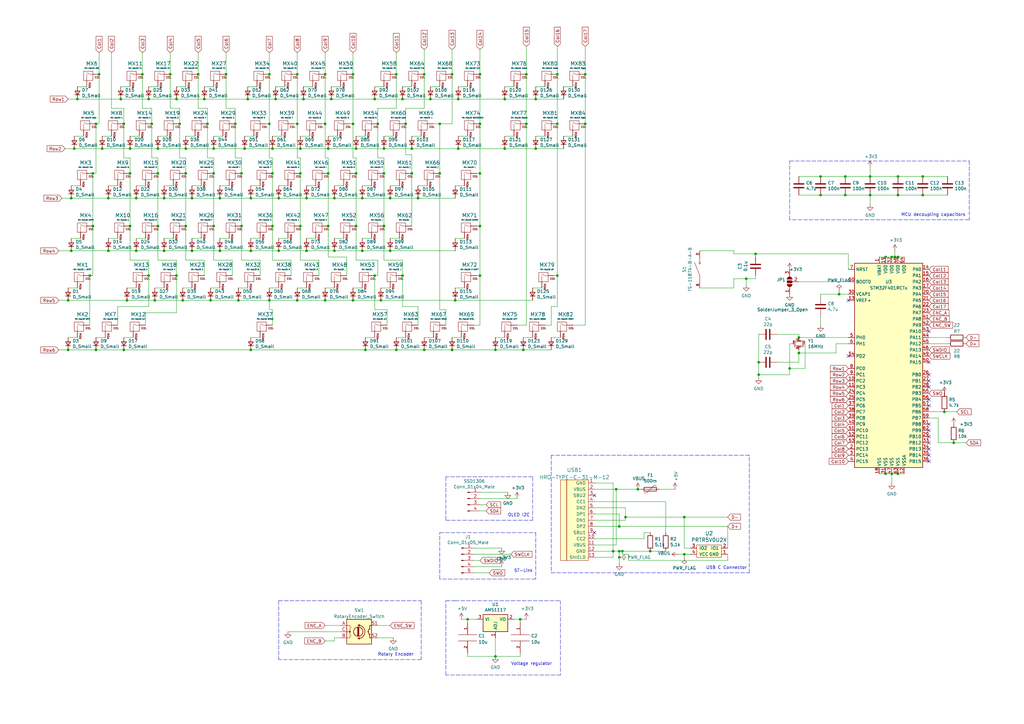
<source format=kicad_sch>
(kicad_sch (version 20211123) (generator eeschema)
  (paper "A3")
  (title_block (title "Kal's Keeb"))
  (junction (at 133.35 30.48))
  (junction (at 72.39 40.64))
  (junction (at 213.36 254))
  (junction (at 251.46 226.06))
  (junction (at 123.19 71.12))
  (junction (at 149.86 143.51))
  (junction (at 92.71 30.48))
  (junction (at 346.71 72.39))
  (junction (at 187.96 60.96))
  (junction (at 135.89 40.64))
  (junction (at 280.67 227.33))
  (junction (at 125.73 81.28))
  (junction (at 144.78 123.19))
  (junction (at 156.21 123.19))
  (junction (at 191.77 254))
  (junction (at 83.82 40.64))
  (junction (at 187.96 40.64))
  (junction (at 378.46 72.39))
  (junction (at 53.34 92.71))
  (junction (at 39.37 143.51))
  (junction (at 196.85 30.48))
  (junction (at 346.71 80.01))
  (junction (at 219.71 40.64))
  (junction (at 255.27 226.06))
  (junction (at 368.3 105.41))
  (junction (at 87.63 92.71))
  (junction (at 165.1 40.64))
  (junction (at 368.3 72.39))
  (junction (at 64.77 71.12))
  (junction (at 240.03 50.8))
  (junction (at 102.87 81.28))
  (junction (at 154.94 50.8))
  (junction (at 168.91 71.12))
  (junction (at 113.03 40.64))
  (junction (at 280.67 212.09))
  (junction (at 133.35 123.19))
  (junction (at 40.64 30.48))
  (junction (at 121.92 50.8))
  (junction (at 309.88 104.14))
  (junction (at 44.45 102.87))
  (junction (at 97.79 123.19))
  (junction (at 160.02 81.28))
  (junction (at 50.8 143.51))
  (junction (at 356.87 72.39))
  (junction (at 90.17 102.87))
  (junction (at 368.3 194.31))
  (junction (at 311.15 148.59))
  (junction (at 38.1 92.71))
  (junction (at 55.88 81.28))
  (junction (at 111.76 92.71))
  (junction (at 146.05 60.96))
  (junction (at 266.7 226.06))
  (junction (at 228.6 50.8))
  (junction (at 165.1 113.03))
  (junction (at 87.63 71.12))
  (junction (at 162.56 30.48))
  (junction (at 203.2 269.24))
  (junction (at 39.37 50.8))
  (junction (at 100.33 60.96))
  (junction (at 336.55 72.39))
  (junction (at 110.49 123.19))
  (junction (at 111.76 71.12))
  (junction (at 228.6 113.03))
  (junction (at 123.19 60.96))
  (junction (at 101.6 40.64))
  (junction (at 86.36 123.19))
  (junction (at 76.2 92.71))
  (junction (at 176.53 40.64))
  (junction (at 134.62 71.12))
  (junction (at 166.37 50.8))
  (junction (at 29.21 81.28))
  (junction (at 78.74 102.87))
  (junction (at 53.34 71.12))
  (junction (at 72.39 113.03))
  (junction (at 49.53 40.64))
  (junction (at 378.46 80.01))
  (junction (at 323.85 151.13))
  (junction (at 254 226.06))
  (junction (at 110.49 30.48))
  (junction (at 87.63 60.96))
  (junction (at 52.07 123.19))
  (junction (at 102.87 143.51))
  (junction (at 144.78 50.8))
  (junction (at 111.76 60.96))
  (junction (at 173.99 143.51))
  (junction (at 203.2 143.51))
  (junction (at 344.17 120.65))
  (junction (at 365.76 194.31))
  (junction (at 124.46 40.64))
  (junction (at 114.3 102.87))
  (junction (at 157.48 60.96))
  (junction (at 41.91 60.96))
  (junction (at 387.35 168.91))
  (junction (at 81.28 30.48))
  (junction (at 185.42 30.48))
  (junction (at 125.73 102.87))
  (junction (at 173.99 30.48))
  (junction (at 133.35 50.8))
  (junction (at 180.34 50.8))
  (junction (at 185.42 143.51))
  (junction (at 44.45 81.28))
  (junction (at 110.49 50.8))
  (junction (at 368.3 80.01))
  (junction (at 29.21 102.87))
  (junction (at 157.48 92.71))
  (junction (at 90.17 81.28))
  (junction (at 62.23 50.8))
  (junction (at 157.48 71.12))
  (junction (at 261.62 200.66))
  (junction (at 363.22 194.31))
  (junction (at 55.88 102.87))
  (junction (at 27.94 123.19))
  (junction (at 196.85 92.71))
  (junction (at 148.59 81.28))
  (junction (at 67.31 102.87))
  (junction (at 76.2 71.12))
  (junction (at 99.06 92.71))
  (junction (at 53.34 60.96))
  (junction (at 134.62 92.71))
  (junction (at 327.66 144.78))
  (junction (at 31.75 40.64))
  (junction (at 180.34 71.12))
  (junction (at 58.42 30.48))
  (junction (at 78.74 81.28))
  (junction (at 137.16 102.87))
  (junction (at 207.01 40.64))
  (junction (at 76.2 60.96))
  (junction (at 365.76 105.41))
  (junction (at 64.77 60.96))
  (junction (at 63.5 123.19))
  (junction (at 336.55 80.01))
  (junction (at 148.59 102.87))
  (junction (at 162.56 143.51))
  (junction (at 102.87 102.87))
  (junction (at 123.19 92.71))
  (junction (at 252.73 200.66))
  (junction (at 214.63 143.51))
  (junction (at 114.3 81.28))
  (junction (at 153.67 40.64))
  (junction (at 186.69 123.19))
  (junction (at 367.03 105.41))
  (junction (at 311.15 153.67))
  (junction (at 99.06 71.12))
  (junction (at 391.16 181.61))
  (junction (at 146.05 92.71))
  (junction (at 196.85 71.12))
  (junction (at 363.22 105.41))
  (junction (at 73.66 50.8))
  (junction (at 27.94 143.51))
  (junction (at 50.8 50.8))
  (junction (at 67.31 81.28))
  (junction (at 306.07 114.3))
  (junction (at 74.93 123.19))
  (junction (at 30.48 60.96))
  (junction (at 228.6 30.48))
  (junction (at 153.67 113.03))
  (junction (at 256.54 212.09))
  (junction (at 327.66 138.43))
  (junction (at 196.85 50.8))
  (junction (at 215.9 30.48))
  (junction (at 240.03 30.48))
  (junction (at 60.96 113.03))
  (junction (at 144.78 30.48))
  (junction (at 121.92 123.19))
  (junction (at 219.71 60.96))
  (junction (at 36.83 113.03))
  (junction (at 196.85 113.03))
  (junction (at 215.9 50.8))
  (junction (at 137.16 81.28))
  (junction (at 85.09 50.8))
  (junction (at 134.62 60.96))
  (junction (at 356.87 80.01))
  (junction (at 160.02 102.87))
  (junction (at 254 228.6))
  (junction (at 121.92 30.48))
  (junction (at 96.52 50.8))
  (junction (at 207.01 60.96))
  (junction (at 168.91 60.96))
  (junction (at 146.05 71.12))
  (junction (at 254 215.9))
  (junction (at 38.1 71.12))
  (junction (at 60.96 40.64))
  (junction (at 64.77 92.71))
  (junction (at 69.85 30.48))
  (junction (at 171.45 81.28))
  (no_connect (at 381 186.69))
  (no_connect (at 381 148.59))
  (no_connect (at 381 163.83))
  (no_connect (at 381 158.75))
  (no_connect (at 381 184.15))
  (no_connect (at 381 189.23))
  (no_connect (at 381 153.67))
  (no_connect (at 381 156.21))
  (no_connect (at 347.98 123.19))
  (no_connect (at 243.84 203.2))
  (no_connect (at 381 176.53))
  (no_connect (at 381 166.37))
  (no_connect (at 381 135.89))
  (no_connect (at 381 181.61))
  (no_connect (at 381 179.07))
  (no_connect (at 381 173.99))
  (no_connect (at 347.98 146.05))
  (no_connect (at 243.84 218.44))
  (polyline (pts (xy 397.51 90.17) (xy 323.85 90.17)))
  (wire (pts (xy 243.84 215.9) (xy 254 215.9)))
  (wire (pts (xy 123.19 60.96) (xy 134.62 60.96)))
  (wire (pts (xy 196.85 30.48) (xy 196.85 50.8)))
  (wire (pts (xy 264.16 220.98) (xy 264.16 218.44)))
  (wire (pts (xy 100.33 55.88) (xy 104.14 55.88)))
  (wire (pts (xy 121.92 118.11) (xy 125.73 118.11)))
  (wire (pts (xy 196.85 71.12) (xy 195.58 71.12)))
  (wire (pts (xy 243.84 213.36) (xy 256.54 213.36)))
  (wire (pts (xy 215.9 133.35) (xy 212.09 133.35)))
  (polyline (pts (xy 229.87 246.38) (xy 229.87 276.86)))
  (wire (pts (xy 346.71 72.39) (xy 356.87 72.39)))
  (wire (pts (xy 213.36 269.24) (xy 213.36 267.97)))
  (wire (pts (xy 58.42 44.45) (xy 62.23 44.45)))
  (wire (pts (xy 39.37 71.12) (xy 38.1 71.12)))
  (wire (pts (xy 144.78 50.8) (xy 144.78 64.77)))
  (wire (pts (xy 154.94 261.62) (xy 161.29 261.62)))
  (wire (pts (xy 311.15 148.59) (xy 311.15 153.67)))
  (wire (pts (xy 196.85 204.47) (xy 212.09 204.47)))
  (wire (pts (xy 101.6 35.56) (xy 105.41 35.56)))
  (wire (pts (xy 160.02 81.28) (xy 171.45 81.28)))
  (wire (pts (xy 135.89 40.64) (xy 153.67 40.64)))
  (wire (pts (xy 215.9 50.8) (xy 215.9 133.35)))
  (wire (pts (xy 257.81 227.33) (xy 255.27 227.33)))
  (wire (pts (xy 29.21 76.2) (xy 33.02 76.2)))
  (wire (pts (xy 368.3 72.39) (xy 378.46 72.39)))
  (wire (pts (xy 81.28 30.48) (xy 81.28 21.59)))
  (wire (pts (xy 90.17 102.87) (xy 102.87 102.87)))
  (wire (pts (xy 110.49 127) (xy 111.76 127)))
  (polyline (pts (xy 180.34 237.49) (xy 180.34 218.44)))
  (wire (pts (xy 44.45 102.87) (xy 55.88 102.87)))
  (wire (pts (xy 342.9 140.97) (xy 347.98 140.97)))
  (wire (pts (xy 336.55 72.39) (xy 346.71 72.39)))
  (wire (pts (xy 99.06 64.77) (xy 99.06 71.12)))
  (wire (pts (xy 264.16 218.44) (xy 266.7 218.44)))
  (wire (pts (xy 300.99 104.14) (xy 309.88 104.14)))
  (wire (pts (xy 187.96 40.64) (xy 207.01 40.64)))
  (wire (pts (xy 162.56 21.59) (xy 162.56 30.48)))
  (wire (pts (xy 185.42 143.51) (xy 203.2 143.51)))
  (wire (pts (xy 180.34 50.8) (xy 180.34 71.12)))
  (wire (pts (xy 38.1 113.03) (xy 36.83 113.03)))
  (wire (pts (xy 148.59 97.79) (xy 152.4 97.79)))
  (wire (pts (xy 215.9 30.48) (xy 215.9 50.8)))
  (wire (pts (xy 185.42 30.48) (xy 185.42 50.8)))
  (wire (pts (xy 137.16 76.2) (xy 140.97 76.2)))
  (wire (pts (xy 123.19 92.71) (xy 123.19 106.68)))
  (wire (pts (xy 243.84 200.66) (xy 252.73 200.66)))
  (wire (pts (xy 173.99 138.43) (xy 177.8 138.43)))
  (wire (pts (xy 360.68 105.41) (xy 363.22 105.41)))
  (wire (pts (xy 76.2 71.12) (xy 76.2 92.71)))
  (wire (pts (xy 381 171.45) (xy 384.81 171.45)))
  (wire (pts (xy 130.81 106.68) (xy 130.81 113.03)))
  (wire (pts (xy 59.69 128.27) (xy 59.69 133.35)))
  (wire (pts (xy 311.15 137.16) (xy 311.15 148.59)))
  (wire (pts (xy 368.3 194.31) (xy 370.84 194.31)))
  (polyline (pts (xy 172.72 246.38) (xy 172.72 270.51)))
  (wire (pts (xy 270.51 200.66) (xy 276.86 200.66)))
  (wire (pts (xy 50.8 138.43) (xy 54.61 138.43)))
  (wire (pts (xy 330.2 151.13) (xy 323.85 151.13)))
  (wire (pts (xy 26.67 60.96) (xy 30.48 60.96)))
  (wire (pts (xy 243.84 198.12) (xy 251.46 198.12)))
  (wire (pts (xy 40.64 21.59) (xy 40.64 30.48)))
  (wire (pts (xy 153.67 35.56) (xy 157.48 35.56)))
  (wire (pts (xy 53.34 71.12) (xy 53.34 92.71)))
  (wire (pts (xy 41.91 55.88) (xy 45.72 55.88)))
  (wire (pts (xy 44.45 81.28) (xy 55.88 81.28)))
  (wire (pts (xy 81.28 30.48) (xy 81.28 44.45)))
  (wire (pts (xy 165.1 35.56) (xy 168.91 35.56)))
  (wire (pts (xy 173.99 143.51) (xy 185.42 143.51)))
  (wire (pts (xy 254 226.06) (xy 255.27 226.06)))
  (wire (pts (xy 226.06 138.43) (xy 229.87 138.43)))
  (wire (pts (xy 53.34 106.68) (xy 60.96 106.68)))
  (wire (pts (xy 231.14 55.88) (xy 234.95 55.88)))
  (wire (pts (xy 133.35 256.54) (xy 139.7 256.54)))
  (wire (pts (xy 191.77 254) (xy 195.58 254)))
  (wire (pts (xy 64.77 92.71) (xy 64.77 106.68)))
  (wire (pts (xy 49.53 35.56) (xy 53.34 35.56)))
  (wire (pts (xy 207.01 35.56) (xy 210.82 35.56)))
  (wire (pts (xy 240.03 19.05) (xy 240.03 30.48)))
  (wire (pts (xy 256.54 213.36) (xy 256.54 212.09)))
  (wire (pts (xy 146.05 60.96) (xy 157.48 60.96)))
  (wire (pts (xy 306.07 116.84) (xy 306.07 114.3)))
  (wire (pts (xy 134.62 105.41) (xy 142.24 105.41)))
  (wire (pts (xy 157.48 106.68) (xy 165.1 106.68)))
  (polyline (pts (xy 218.44 213.36) (xy 218.44 195.58)))
  (wire (pts (xy 30.48 55.88) (xy 34.29 55.88)))
  (wire (pts (xy 240.03 50.8) (xy 240.03 133.35)))
  (wire (pts (xy 226.06 133.35) (xy 223.52 133.35)))
  (wire (pts (xy 24.13 102.87) (xy 29.21 102.87)))
  (wire (pts (xy 165.1 40.64) (xy 176.53 40.64)))
  (wire (pts (xy 76.2 60.96) (xy 87.63 60.96)))
  (wire (pts (xy 90.17 97.79) (xy 93.98 97.79)))
  (wire (pts (xy 196.85 113.03) (xy 195.58 113.03)))
  (wire (pts (xy 243.84 228.6) (xy 251.46 228.6)))
  (wire (pts (xy 31.75 35.56) (xy 35.56 35.56)))
  (wire (pts (xy 363.22 194.31) (xy 365.76 194.31)))
  (wire (pts (xy 162.56 138.43) (xy 166.37 138.43)))
  (wire (pts (xy 323.85 140.97) (xy 323.85 151.13)))
  (wire (pts (xy 111.76 106.68) (xy 119.38 106.68)))
  (wire (pts (xy 388.62 140.97) (xy 381 140.97)))
  (wire (pts (xy 309.88 104.14) (xy 309.88 105.41)))
  (wire (pts (xy 180.34 71.12) (xy 180.34 127)))
  (wire (pts (xy 64.77 71.12) (xy 64.77 92.71)))
  (wire (pts (xy 344.17 119.38) (xy 344.17 120.65)))
  (wire (pts (xy 196.85 92.71) (xy 195.58 92.71)))
  (wire (pts (xy 347.98 120.65) (xy 344.17 120.65)))
  (wire (pts (xy 177.8 50.8) (xy 180.34 50.8)))
  (wire (pts (xy 154.94 64.77) (xy 157.48 64.77)))
  (wire (pts (xy 135.89 35.56) (xy 139.7 35.56)))
  (wire (pts (xy 73.66 64.77) (xy 76.2 64.77)))
  (wire (pts (xy 92.71 44.45) (xy 96.52 44.45)))
  (wire (pts (xy 73.66 44.45) (xy 73.66 50.8)))
  (wire (pts (xy 168.91 60.96) (xy 187.96 60.96)))
  (wire (pts (xy 156.21 118.11) (xy 160.02 118.11)))
  (wire (pts (xy 144.78 50.8) (xy 143.51 50.8)))
  (wire (pts (xy 309.88 104.14) (xy 347.98 104.14)))
  (polyline (pts (xy 226.06 234.95) (xy 307.34 234.95)))
  (wire (pts (xy 318.77 148.59) (xy 327.66 148.59)))
  (wire (pts (xy 207.01 60.96) (xy 219.71 60.96)))
  (wire (pts (xy 44.45 76.2) (xy 48.26 76.2)))
  (wire (pts (xy 196.85 133.35) (xy 194.31 133.35)))
  (wire (pts (xy 76.2 92.71) (xy 76.2 106.68)))
  (wire (pts (xy 86.36 123.19) (xy 97.79 123.19)))
  (wire (pts (xy 67.31 97.79) (xy 71.12 97.79)))
  (wire (pts (xy 99.06 71.12) (xy 99.06 92.71)))
  (wire (pts (xy 121.92 30.48) (xy 121.92 50.8)))
  (wire (pts (xy 261.62 200.66) (xy 262.89 200.66)))
  (wire (pts (xy 111.76 71.12) (xy 111.76 92.71)))
  (wire (pts (xy 173.99 20.32) (xy 173.99 30.48)))
  (wire (pts (xy 252.73 200.66) (xy 261.62 200.66)))
  (wire (pts (xy 58.42 21.59) (xy 58.42 30.48)))
  (wire (pts (xy 134.62 55.88) (xy 138.43 55.88)))
  (polyline (pts (xy 180.34 218.44) (xy 219.71 218.44)))
  (wire (pts (xy 187.96 55.88) (xy 191.77 55.88)))
  (wire (pts (xy 194.31 234.95) (xy 200.66 234.95)))
  (wire (pts (xy 113.03 40.64) (xy 124.46 40.64)))
  (wire (pts (xy 219.71 55.88) (xy 223.52 55.88)))
  (wire (pts (xy 72.39 113.03) (xy 72.39 128.27)))
  (wire (pts (xy 363.22 105.41) (xy 365.76 105.41)))
  (wire (pts (xy 111.76 55.88) (xy 115.57 55.88)))
  (wire (pts (xy 60.96 106.68) (xy 60.96 113.03)))
  (wire (pts (xy 39.37 138.43) (xy 43.18 138.43)))
  (wire (pts (xy 60.96 125.73) (xy 48.26 125.73)))
  (wire (pts (xy 196.85 201.93) (xy 208.28 201.93)))
  (wire (pts (xy 110.49 123.19) (xy 121.92 123.19)))
  (wire (pts (xy 243.84 205.74) (xy 273.05 205.74)))
  (wire (pts (xy 384.81 171.45) (xy 384.81 181.61)))
  (wire (pts (xy 367.03 105.41) (xy 368.3 105.41)))
  (wire (pts (xy 114.3 97.79) (xy 118.11 97.79)))
  (wire (pts (xy 165.1 125.73) (xy 171.45 125.73)))
  (wire (pts (xy 69.85 30.48) (xy 69.85 44.45)))
  (polyline (pts (xy 182.88 276.86) (xy 182.88 246.38)))
  (wire (pts (xy 121.92 21.59) (xy 121.92 30.48)))
  (wire (pts (xy 251.46 226.06) (xy 243.84 226.06)))
  (wire (pts (xy 125.73 102.87) (xy 137.16 102.87)))
  (wire (pts (xy 251.46 228.6) (xy 251.46 226.06)))
  (wire (pts (xy 67.31 81.28) (xy 78.74 81.28)))
  (wire (pts (xy 110.49 71.12) (xy 111.76 71.12)))
  (wire (pts (xy 298.45 229.87) (xy 257.81 229.87)))
  (wire (pts (xy 64.77 106.68) (xy 72.39 106.68)))
  (wire (pts (xy 121.92 64.77) (xy 123.19 64.77)))
  (wire (pts (xy 300.99 118.11) (xy 300.99 114.3)))
  (wire (pts (xy 40.64 30.48) (xy 40.64 50.8)))
  (wire (pts (xy 327.66 115.57) (xy 347.98 115.57)))
  (wire (pts (xy 365.76 194.31) (xy 368.3 194.31)))
  (wire (pts (xy 144.78 118.11) (xy 148.59 118.11)))
  (wire (pts (xy 278.13 227.33) (xy 280.67 227.33)))
  (wire (pts (xy 196.85 92.71) (xy 196.85 113.03)))
  (wire (pts (xy 166.37 50.8) (xy 166.37 63.5)))
  (wire (pts (xy 194.31 229.87) (xy 196.85 229.87)))
  (wire (pts (xy 168.91 71.12) (xy 168.91 92.71)))
  (wire (pts (xy 154.94 113.03) (xy 153.67 113.03)))
  (wire (pts (xy 60.96 35.56) (xy 64.77 35.56)))
  (wire (pts (xy 29.21 102.87) (xy 44.45 102.87)))
  (wire (pts (xy 87.63 55.88) (xy 91.44 55.88)))
  (wire (pts (xy 114.3 76.2) (xy 118.11 76.2)))
  (wire (pts (xy 381 168.91) (xy 387.35 168.91)))
  (wire (pts (xy 251.46 226.06) (xy 254 226.06)))
  (wire (pts (xy 203.2 261.62) (xy 203.2 269.24)))
  (wire (pts (xy 102.87 143.51) (xy 149.86 143.51)))
  (wire (pts (xy 336.55 80.01) (xy 346.71 80.01)))
  (wire (pts (xy 203.2 143.51) (xy 214.63 143.51)))
  (wire (pts (xy 146.05 106.68) (xy 154.94 106.68)))
  (polyline (pts (xy 219.71 237.49) (xy 180.34 237.49)))
  (wire (pts (xy 157.48 71.12) (xy 157.48 92.71)))
  (wire (pts (xy 391.16 181.61) (xy 396.24 181.61)))
  (wire (pts (xy 78.74 102.87) (xy 90.17 102.87)))
  (wire (pts (xy 228.6 19.05) (xy 228.6 30.48)))
  (wire (pts (xy 55.88 81.28) (xy 67.31 81.28)))
  (wire (pts (xy 157.48 55.88) (xy 161.29 55.88)))
  (polyline (pts (xy 218.44 195.58) (xy 182.88 195.58)))
  (wire (pts (xy 62.23 44.45) (xy 62.23 50.8)))
  (wire (pts (xy 144.78 64.77) (xy 146.05 64.77)))
  (polyline (pts (xy 114.3 246.38) (xy 172.72 246.38)))
  (wire (pts (xy 92.71 30.48) (xy 92.71 44.45)))
  (wire (pts (xy 39.37 50.8) (xy 39.37 71.12)))
  (wire (pts (xy 166.37 63.5) (xy 168.91 63.5)))
  (wire (pts (xy 125.73 81.28) (xy 137.16 81.28)))
  (wire (pts (xy 27.94 138.43) (xy 31.75 138.43)))
  (wire (pts (xy 191.77 269.24) (xy 203.2 269.24)))
  (wire (pts (xy 55.88 76.2) (xy 59.69 76.2)))
  (wire (pts (xy 73.66 50.8) (xy 73.66 64.77)))
  (wire (pts (xy 171.45 76.2) (xy 175.26 76.2)))
  (wire (pts (xy 134.62 92.71) (xy 134.62 71.12)))
  (wire (pts (xy 106.68 106.68) (xy 106.68 113.03)))
  (wire (pts (xy 133.35 50.8) (xy 133.35 64.77)))
  (wire (pts (xy 72.39 40.64) (xy 83.82 40.64)))
  (wire (pts (xy 280.67 227.33) (xy 283.21 227.33)))
  (wire (pts (xy 228.6 30.48) (xy 228.6 50.8)))
  (wire (pts (xy 25.4 81.28) (xy 29.21 81.28)))
  (wire (pts (xy 280.67 212.09) (xy 298.45 212.09)))
  (wire (pts (xy 85.09 50.8) (xy 85.09 64.77)))
  (wire (pts (xy 146.05 64.77) (xy 146.05 71.12)))
  (wire (pts (xy 24.13 123.19) (xy 27.94 123.19)))
  (wire (pts (xy 196.85 113.03) (xy 196.85 133.35)))
  (wire (pts (xy 60.96 40.64) (xy 72.39 40.64)))
  (wire (pts (xy 78.74 81.28) (xy 90.17 81.28)))
  (wire (pts (xy 213.36 254) (xy 213.36 255.27)))
  (wire (pts (xy 243.84 223.52) (xy 252.73 223.52)))
  (wire (pts (xy 96.52 44.45) (xy 96.52 50.8)))
  (wire (pts (xy 52.07 123.19) (xy 63.5 123.19)))
  (wire (pts (xy 287.02 118.11) (xy 300.99 118.11)))
  (wire (pts (xy 64.77 55.88) (xy 68.58 55.88)))
  (wire (pts (xy 100.33 60.96) (xy 111.76 60.96)))
  (wire (pts (xy 74.93 118.11) (xy 78.74 118.11)))
  (wire (pts (xy 344.17 120.65) (xy 336.55 120.65)))
  (wire (pts (xy 162.56 143.51) (xy 173.99 143.51)))
  (wire (pts (xy 176.53 35.56) (xy 180.34 35.56)))
  (wire (pts (xy 118.11 259.08) (xy 139.7 259.08)))
  (wire (pts (xy 76.2 55.88) (xy 80.01 55.88)))
  (polyline (pts (xy 182.88 246.38) (xy 186.69 246.38)))
  (wire (pts (xy 154.94 50.8) (xy 154.94 64.77)))
  (wire (pts (xy 110.49 21.59) (xy 110.49 30.48)))
  (wire (pts (xy 44.45 97.79) (xy 48.26 97.79)))
  (wire (pts (xy 67.31 76.2) (xy 71.12 76.2)))
  (wire (pts (xy 72.39 35.56) (xy 76.2 35.56)))
  (wire (pts (xy 256.54 208.28) (xy 256.54 212.09)))
  (wire (pts (xy 226.06 125.73) (xy 226.06 133.35)))
  (wire (pts (xy 187.96 35.56) (xy 191.77 35.56)))
  (wire (pts (xy 356.87 80.01) (xy 356.87 83.82)))
  (wire (pts (xy 62.23 50.8) (xy 62.23 64.77)))
  (wire (pts (xy 368.3 105.41) (xy 370.84 105.41)))
  (wire (pts (xy 137.16 97.79) (xy 140.97 97.79)))
  (wire (pts (xy 180.34 127) (xy 182.88 127)))
  (wire (pts (xy 160.02 256.54) (xy 154.94 256.54)))
  (wire (pts (xy 124.46 35.56) (xy 128.27 35.56)))
  (wire (pts (xy 300.99 114.3) (xy 306.07 114.3)))
  (wire (pts (xy 194.31 227.33) (xy 209.55 227.33)))
  (wire (pts (xy 49.53 40.64) (xy 60.96 40.64)))
  (wire (pts (xy 83.82 106.68) (xy 83.82 113.03)))
  (wire (pts (xy 125.73 76.2) (xy 129.54 76.2)))
  (wire (pts (xy 137.16 81.28) (xy 148.59 81.28)))
  (wire (pts (xy 330.2 140.97) (xy 330.2 151.13)))
  (wire (pts (xy 97.79 123.19) (xy 110.49 123.19)))
  (wire (pts (xy 298.45 227.33) (xy 298.45 229.87)))
  (wire (pts (xy 365.76 194.31) (xy 365.76 198.12)))
  (polyline (pts (xy 397.51 66.04) (xy 397.51 90.17)))
  (wire (pts (xy 148.59 102.87) (xy 160.02 102.87)))
  (polyline (pts (xy 172.72 270.51) (xy 114.3 270.51)))
  (wire (pts (xy 97.79 118.11) (xy 101.6 118.11)))
  (polyline (pts (xy 186.69 246.38) (xy 229.87 246.38)))
  (wire (pts (xy 64.77 64.77) (xy 64.77 71.12)))
  (wire (pts (xy 39.37 143.51) (xy 50.8 143.51)))
  (wire (pts (xy 74.93 123.19) (xy 86.36 123.19)))
  (wire (pts (xy 53.34 55.88) (xy 57.15 55.88)))
  (wire (pts (xy 176.53 40.64) (xy 187.96 40.64)))
  (wire (pts (xy 257.81 229.87) (xy 257.81 227.33)))
  (wire (pts (xy 76.2 106.68) (xy 83.82 106.68)))
  (wire (pts (xy 154.94 44.45) (xy 154.94 50.8)))
  (wire (pts (xy 55.88 97.79) (xy 59.69 97.79)))
  (wire (pts (xy 309.88 113.03) (xy 309.88 114.3)))
  (wire (pts (xy 133.35 118.11) (xy 137.16 118.11)))
  (wire (pts (xy 50.8 50.8) (xy 50.8 44.45)))
  (wire (pts (xy 180.34 50.8) (xy 185.42 50.8)))
  (wire (pts (xy 111.76 127) (xy 111.76 133.35)))
  (wire (pts (xy 356.87 80.01) (xy 368.3 80.01)))
  (wire (pts (xy 123.19 106.68) (xy 130.81 106.68)))
  (polyline (pts (xy 219.71 218.44) (xy 219.71 237.49)))
  (wire (pts (xy 194.31 232.41) (xy 205.74 232.41)))
  (wire (pts (xy 133.35 262.89) (xy 137.16 262.89)))
  (wire (pts (xy 64.77 60.96) (xy 76.2 60.96)))
  (wire (pts (xy 85.09 44.45) (xy 85.09 50.8)))
  (wire (pts (xy 69.85 21.59) (xy 69.85 30.48)))
  (wire (pts (xy 38.1 92.71) (xy 38.1 113.03)))
  (wire (pts (xy 111.76 64.77) (xy 111.76 71.12)))
  (wire (pts (xy 185.42 20.32) (xy 185.42 30.48)))
  (wire (pts (xy 346.71 80.01) (xy 356.87 80.01)))
  (wire (pts (xy 114.3 81.28) (xy 125.73 81.28)))
  (polyline (pts (xy 307.34 186.69) (xy 226.06 186.69)))
  (wire (pts (xy 53.34 92.71) (xy 53.34 106.68)))
  (wire (pts (xy 171.45 125.73) (xy 171.45 133.35)))
  (wire (pts (xy 378.46 72.39) (xy 388.62 72.39)))
  (wire (pts (xy 327.66 144.78) (xy 327.66 148.59)))
  (polyline (pts (xy 182.88 213.36) (xy 218.44 213.36)))
  (wire (pts (xy 27.94 143.51) (xy 39.37 143.51)))
  (wire (pts (xy 144.78 123.19) (xy 156.21 123.19)))
  (wire (pts (xy 30.48 60.96) (xy 41.91 60.96)))
  (wire (pts (xy 153.67 113.03) (xy 153.67 127)))
  (wire (pts (xy 243.84 220.98) (xy 264.16 220.98)))
  (wire (pts (xy 86.36 118.11) (xy 90.17 118.11)))
  (wire (pts (xy 52.07 118.11) (xy 55.88 118.11)))
  (wire (pts (xy 311.15 153.67) (xy 311.15 154.94)))
  (wire (pts (xy 110.49 123.19) (xy 110.49 127)))
  (wire (pts (xy 133.35 50.8) (xy 132.08 50.8)))
  (wire (pts (xy 144.78 21.59) (xy 144.78 30.48)))
  (wire (pts (xy 137.16 261.62) (xy 139.7 261.62)))
  (wire (pts (xy 160.02 97.79) (xy 163.83 97.79)))
  (wire (pts (xy 81.28 44.45) (xy 85.09 44.45)))
  (wire (pts (xy 325.12 140.97) (xy 323.85 140.97)))
  (wire (pts (xy 87.63 92.71) (xy 87.63 106.68)))
  (wire (pts (xy 87.63 60.96) (xy 100.33 60.96)))
  (wire (pts (xy 160.02 102.87) (xy 186.69 102.87)))
  (wire (pts (xy 110.49 50.8) (xy 109.22 50.8)))
  (wire (pts (xy 173.99 30.48) (xy 173.99 44.45)))
  (wire (pts (xy 196.85 207.01) (xy 199.39 207.01)))
  (wire (pts (xy 168.91 55.88) (xy 172.72 55.88)))
  (wire (pts (xy 41.91 60.96) (xy 53.34 60.96)))
  (polyline (pts (xy 226.06 186.69) (xy 226.06 234.95)))
  (wire (pts (xy 102.87 102.87) (xy 114.3 102.87)))
  (wire (pts (xy 196.85 209.55) (xy 199.39 209.55)))
  (wire (pts (xy 119.38 106.68) (xy 119.38 113.03)))
  (wire (pts (xy 254 228.6) (xy 254 231.14)))
  (wire (pts (xy 50.8 143.51) (xy 102.87 143.51)))
  (wire (pts (xy 219.71 35.56) (xy 223.52 35.56)))
  (wire (pts (xy 111.76 92.71) (xy 111.76 106.68)))
  (wire (pts (xy 186.69 123.19) (xy 218.44 123.19)))
  (wire (pts (xy 85.09 64.77) (xy 87.63 64.77)))
  (wire (pts (xy 254 215.9) (xy 298.45 215.9)))
  (wire (pts (xy 110.49 118.11) (xy 114.3 118.11)))
  (wire (pts (xy 228.6 125.73) (xy 226.06 125.73)))
  (wire (pts (xy 38.1 71.12) (xy 38.1 92.71)))
  (wire (pts (xy 323.85 153.67) (xy 311.15 153.67)))
  (wire (pts (xy 298.45 215.9) (xy 298.45 224.79)))
  (wire (pts (xy 72.39 106.68) (xy 72.39 113.03)))
  (wire (pts (xy 191.77 267.97) (xy 191.77 269.24)))
  (wire (pts (xy 83.82 35.56) (xy 87.63 35.56)))
  (wire (pts (xy 185.42 138.43) (xy 189.23 138.43)))
  (wire (pts (xy 165.1 106.68) (xy 165.1 113.03)))
  (wire (pts (xy 207.01 55.88) (xy 210.82 55.88)))
  (wire (pts (xy 83.82 40.64) (xy 101.6 40.64)))
  (wire (pts (xy 92.71 21.59) (xy 92.71 30.48)))
  (wire (pts (xy 252.73 223.52) (xy 252.73 200.66)))
  (wire (pts (xy 280.67 227.33) (xy 280.67 228.6)))
  (wire (pts (xy 62.23 64.77) (xy 64.77 64.77)))
  (wire (pts (xy 87.63 71.12) (xy 87.63 92.71)))
  (wire (pts (xy 168.91 63.5) (xy 168.91 71.12)))
  (wire (pts (xy 124.46 40.64) (xy 135.89 40.64)))
  (wire (pts (xy 203.2 138.43) (xy 207.01 138.43)))
  (polyline (pts (xy 323.85 90.17) (xy 323.85 66.04)))
  (wire (pts (xy 196.85 50.8) (xy 196.85 71.12)))
  (wire (pts (xy 142.24 105.41) (xy 142.24 113.03)))
  (wire (pts (xy 256.54 212.09) (xy 280.67 212.09)))
  (wire (pts (xy 154.94 106.68) (xy 154.94 113.03)))
  (wire (pts (xy 186.69 97.79) (xy 190.5 97.79)))
  (wire (pts (xy 60.96 113.03) (xy 60.96 125.73)))
  (wire (pts (xy 149.86 143.51) (xy 162.56 143.51)))
  (wire (pts (xy 27.94 40.64) (xy 31.75 40.64)))
  (wire (pts (xy 72.39 128.27) (xy 59.69 128.27)))
  (wire (pts (xy 53.34 60.96) (xy 64.77 60.96)))
  (wire (pts (xy 196.85 20.32) (xy 196.85 30.48)))
  (polyline (pts (xy 307.34 234.95) (xy 307.34 186.69)))
  (wire (pts (xy 283.21 224.79) (xy 280.67 224.79)))
  (wire (pts (xy 165.1 113.03) (xy 165.1 125.73)))
  (wire (pts (xy 254 210.82) (xy 254 215.9)))
  (wire (pts (xy 134.62 60.96) (xy 146.05 60.96)))
  (wire (pts (xy 306.07 114.3) (xy 309.88 114.3)))
  (wire (pts (xy 171.45 81.28) (xy 186.69 81.28)))
  (wire (pts (xy 327.66 138.43) (xy 347.98 138.43)))
  (wire (pts (xy 63.5 123.19) (xy 74.93 123.19)))
  (wire (pts (xy 110.49 50.8) (xy 110.49 64.77)))
  (wire (pts (xy 388.62 138.43) (xy 381 138.43)))
  (wire (pts (xy 87.63 106.68) (xy 95.25 106.68)))
  (wire (pts (xy 300.99 102.87) (xy 300.99 104.14)))
  (wire (pts (xy 327.66 144.78) (xy 342.9 144.78)))
  (wire (pts (xy 367.03 105.41) (xy 367.03 102.87)))
  (wire (pts (xy 153.67 40.64) (xy 165.1 40.64)))
  (wire (pts (xy 50.8 64.77) (xy 53.34 64.77)))
  (wire (pts (xy 36.83 113.03) (xy 36.83 133.35)))
  (polyline (pts (xy 182.88 195.58) (xy 182.88 213.36)))
  (wire (pts (xy 45.72 44.45) (xy 45.72 21.59)))
  (wire (pts (xy 162.56 30.48) (xy 162.56 44.45)))
  (wire (pts (xy 133.35 30.48) (xy 133.35 50.8)))
  (wire (pts (xy 123.19 71.12) (xy 123.19 92.71)))
  (wire (pts (xy 162.56 44.45) (xy 154.94 44.45)))
  (wire (pts (xy 360.68 194.31) (xy 363.22 194.31)))
  (wire (pts (xy 67.31 102.87) (xy 78.74 102.87)))
  (wire (pts (xy 243.84 208.28) (xy 256.54 208.28)))
  (wire (pts (xy 218.44 118.11) (xy 222.25 118.11)))
  (wire (pts (xy 90.17 76.2) (xy 93.98 76.2)))
  (wire (pts (xy 78.74 97.79) (xy 82.55 97.79)))
  (wire (pts (xy 255.27 226.06) (xy 255.27 227.33)))
  (wire (pts (xy 87.63 64.77) (xy 87.63 71.12)))
  (wire (pts (xy 228.6 113.03) (xy 228.6 125.73)))
  (wire (pts (xy 254 226.06) (xy 254 228.6)))
  (wire (pts (xy 95.25 106.68) (xy 95.25 113.03)))
  (wire (pts (xy 50.8 44.45) (xy 45.72 44.45)))
  (wire (pts (xy 182.88 127) (xy 182.88 133.35)))
  (wire (pts (xy 58.42 30.48) (xy 58.42 44.45)))
  (wire (pts (xy 287.02 102.87) (xy 300.99 102.87)))
  (wire (pts (xy 24.13 143.51) (xy 27.94 143.51)))
  (wire (pts (xy 31.75 40.64) (xy 49.53 40.64)))
  (wire (pts (xy 78.74 76.2) (xy 82.55 76.2)))
  (wire (pts (xy 146.05 92.71) (xy 146.05 106.68)))
  (wire (pts (xy 50.8 50.8) (xy 50.8 64.77)))
  (wire (pts (xy 146.05 55.88) (xy 149.86 55.88)))
  (wire (pts (xy 121.92 50.8) (xy 121.92 64.77)))
  (wire (pts (xy 153.67 127) (xy 158.75 127)))
  (wire (pts (xy 121.92 50.8) (xy 120.65 50.8)))
  (wire (pts (xy 99.06 92.71) (xy 99.06 106.68)))
  (wire (pts (xy 187.96 60.96) (xy 207.01 60.96)))
  (wire (pts (xy 114.3 102.87) (xy 125.73 102.87)))
  (wire (pts (xy 384.81 181.61) (xy 391.16 181.61)))
  (wire (pts (xy 280.67 224.79) (xy 280.67 212.09)))
  (wire (pts (xy 327.66 72.39) (xy 336.55 72.39)))
  (wire (pts (xy 203.2 269.24) (xy 213.36 269.24)))
  (wire (pts (xy 123.19 64.77) (xy 123.19 71.12)))
  (polyline (pts (xy 229.87 276.86) (xy 182.88 276.86)))
  (wire (pts (xy 148.59 81.28) (xy 160.02 81.28)))
  (wire (pts (xy 157.48 64.77) (xy 157.48 71.12)))
  (wire (pts (xy 251.46 198.12) (xy 251.46 226.06)))
  (wire (pts (xy 318.77 137.16) (xy 327.66 137.16)))
  (wire (pts (xy 113.03 35.56) (xy 116.84 35.56)))
  (wire (pts (xy 121.92 123.19) (xy 133.35 123.19)))
  (wire (pts (xy 219.71 60.96) (xy 231.14 60.96)))
  (wire (pts (xy 134.62 92.71) (xy 134.62 105.41)))
  (wire (pts (xy 99.06 106.68) (xy 106.68 106.68)))
  (wire (pts (xy 96.52 50.8) (xy 96.52 64.77)))
  (wire (pts (xy 189.23 254) (xy 191.77 254)))
  (wire (pts (xy 137.16 262.89) (xy 137.16 261.62)))
  (wire (pts (xy 48.26 125.73) (xy 48.26 133.35)))
  (wire (pts (xy 102.87 76.2) (xy 106.68 76.2)))
  (wire (pts (xy 243.84 210.82) (xy 254 210.82)))
  (wire (pts (xy 266.7 226.06) (xy 273.05 226.06)))
  (wire (pts (xy 240.03 133.35) (xy 234.95 133.35)))
  (wire (pts (xy 110.49 30.48) (xy 110.49 50.8)))
  (wire (pts (xy 157.48 60.96) (xy 168.91 60.96)))
  (wire (pts (xy 166.37 44.45) (xy 166.37 50.8)))
  (wire (pts (xy 327.66 137.16) (xy 327.66 138.43)))
  (wire (pts (xy 336.55 120.65) (xy 336.55 121.92)))
  (wire (pts (xy 96.52 64.77) (xy 99.06 64.77)))
  (wire (pts (xy 123.19 55.88) (xy 127 55.88)))
  (wire (pts (xy 173.99 44.45) (xy 166.37 44.45)))
  (wire (pts (xy 101.6 40.64) (xy 113.03 40.64)))
  (wire (pts (xy 323.85 151.13) (xy 323.85 153.67)))
  (wire (pts (xy 273.05 205.74) (xy 273.05 218.44)))
  (wire (pts (xy 149.86 138.43) (xy 153.67 138.43)))
  (wire (pts (xy 196.85 71.12) (xy 196.85 92.71)))
  (wire (pts (xy 133.35 123.19) (xy 144.78 123.19)))
  (wire (pts (xy 27.94 118.11) (xy 31.75 118.11)))
  (wire (pts (xy 356.87 72.39) (xy 368.3 72.39)))
  (wire (pts (xy 356.87 72.39) (xy 356.87 68.58)))
  (wire (pts (xy 368.3 80.01) (xy 378.46 80.01)))
  (wire (pts (xy 146.05 71.12) (xy 146.05 92.71)))
  (wire (pts (xy 336.55 129.54) (xy 336.55 133.35)))
  (wire (pts (xy 228.6 113.03) (xy 227.33 113.03)))
  (wire (pts (xy 215.9 19.05) (xy 215.9 30.48)))
  (wire (pts (xy 29.21 81.28) (xy 44.45 81.28)))
  (wire (pts (xy 219.71 40.64) (xy 231.14 40.64)))
  (wire (pts (xy 53.34 64.77) (xy 53.34 71.12)))
  (wire (pts (xy 327.66 80.01) (xy 336.55 80.01)))
  (wire (pts (xy 214.63 143.51) (xy 226.06 143.51)))
  (wire (pts (xy 133.35 64.77) (xy 134.62 64.77)))
  (wire (pts (xy 194.31 224.79) (xy 205.74 224.79)))
  (wire (pts (xy 144.78 30.48) (xy 144.78 50.8)))
  (wire (pts (xy 55.88 102.87) (xy 67.31 102.87)))
  (wire (pts (xy 213.36 254) (xy 215.9 254)))
  (wire (pts (xy 191.77 255.27) (xy 191.77 254)))
  (wire (pts (xy 186.69 118.11) (xy 190.5 118.11)))
  (wire (pts (xy 157.48 92.71) (xy 157.48 106.68)))
  (wire (pts (xy 110.49 64.77) (xy 111.76 64.77)))
  (wire (pts (xy 240.03 30.48) (xy 240.03 50.8)))
  (wire (pts (xy 40.64 50.8) (xy 39.37 50.8)))
  (wire (pts (xy 156.21 123.19) (xy 186.69 123.19)))
  (wire (pts (xy 133.35 21.59) (xy 133.35 30.48)))
  (wire (pts (xy 228.6 50.8) (xy 228.6 113.03)))
  (wire (pts (xy 158.75 127) (xy 158.75 133.35)))
  (wire (pts (xy 125.73 97.79) (xy 129.54 97.79)))
  (wire (pts (xy 29.21 97.79) (xy 33.02 97.79)))
  (wire (pts (xy 63.5 118.11) (xy 67.31 118.11)))
  (polyline (pts (xy 323.85 66.04) (xy 397.51 66.04)))
  (wire (pts (xy 378.46 80.01) (xy 388.62 80.01)))
  (wire (pts (xy 27.94 123.19) (xy 52.07 123.19)))
  (wire (pts (xy 148.59 76.2) (xy 152.4 76.2)))
  (wire (pts (xy 231.14 35.56) (xy 234.95 35.56)))
  (wire (pts (xy 207.01 40.64) (xy 219.71 40.64)))
  (wire (pts (xy 186.69 76.2) (xy 190.5 76.2)))
  (wire (pts (xy 134.62 64.77) (xy 134.62 71.12)))
  (wire (pts (xy 111.76 60.96) (xy 123.19 60.96)))
  (wire (pts (xy 387.35 168.91) (xy 392.43 168.91)))
  (wire (pts (xy 76.2 64.77) (xy 76.2 71.12)))
  (wire (pts (xy 69.85 44.45) (xy 73.66 44.45)))
  (wire (pts (xy 365.76 105.41) (xy 367.03 105.41)))
  (wire (pts (xy 102.87 138.43) (xy 106.68 138.43)))
  (polyline (pts (xy 114.3 246.38) (xy 114.3 270.51)))
  (wire (pts (xy 210.82 254) (xy 213.36 254)))
  (wire (pts (xy 342.9 144.78) (xy 342.9 140.97)))
  (wire (pts (xy 90.17 81.28) (xy 102.87 81.28)))
  (wire (pts (xy 102.87 97.79) (xy 106.68 97.79)))
  (wire (pts (xy 255.27 226.06) (xy 266.7 226.06)))
  (wire (pts (xy 160.02 76.2) (xy 163.83 76.2)))
  (wire (pts (xy 137.16 102.87) (xy 148.59 102.87)))
  (wire (pts (xy 327.66 143.51) (xy 327.66 144.78)))
  (wire (pts (xy 102.87 81.28) (xy 114.3 81.28)))
  (wire (pts (xy 214.63 138.43) (xy 218.44 138.43)))
  (wire (pts (xy 347.98 104.14) (xy 347.98 110.49)))
  (text "OLED I2C" (at 208.28 212.09 0) (effects (font (size 1.27 1.27)) (justify left bottom)))
  (text "MCU decoupling capacitors " (at 369.57 88.9 0) (effects (font (size 1.27 1.27)) (justify left bottom)))
  (text "Rotary Encoder" (at 154.94 269.24 0) (effects (font (size 1.27 1.27)) (justify left bottom)))
  (text "USB C Connector" (at 289.56 233.68 0) (effects (font (size 1.27 1.27)) (justify left bottom)))
  (text "ST-Link" (at 210.82 234.95 0) (effects (font (size 1.27 1.27)) (justify left bottom)))
  (text "Voltage regulator" (at 209.55 273.05 0) (effects (font (size 1.27 1.27)) (justify left bottom)))
  (global_label "Row2" (shape input) (at 347.98 153.67 180) (property "Intersheet References" "${INTERSHEET_REFS}" (effects hide)))
  (global_label "Col9" (shape input) (at 347.98 186.69 180) (property "Intersheet References" "${INTERSHEET_REFS}" (effects hide)))
  (global_label "Col15" (shape input) (at 381 120.65 0) (property "Intersheet References" "${INTERSHEET_REFS}" (effects hide)))
  (global_label "Col11" (shape input) (at 162.56 21.59 90) (property "Intersheet References" "${INTERSHEET_REFS}" (effects hide)))
  (global_label "Col12" (shape input) (at 173.99 20.32 90) (property "Intersheet References" "${INTERSHEET_REFS}" (effects hide)))
  (global_label "Row6" (shape input) (at 347.98 163.83 180) (property "Intersheet References" "${INTERSHEET_REFS}" (effects hide)))
  (global_label "ENC_B" (shape input) (at 381 130.81 0) (property "Intersheet References" "${INTERSHEET_REFS}" (effects hide)))
  (global_label "SDA" (shape input) (at 199.39 209.55 0) (property "Intersheet References" "${INTERSHEET_REFS}" (effects hide)))
  (global_label "Col11" (shape input) (at 381 110.49 0) (property "Intersheet References" "${INTERSHEET_REFS}" (effects hide)))
  (global_label "ENC_A" (shape input) (at 381 128.27 0) (property "Intersheet References" "${INTERSHEET_REFS}" (effects hide)))
  (global_label "SWDIO" (shape input) (at 381 143.51 0) (property "Intersheet References" "${INTERSHEET_REFS}" (effects hide)))
  (global_label "SWO" (shape input) (at 381 161.29 0) (property "Intersheet References" "${INTERSHEET_REFS}" (effects hide)))
  (global_label "Col10" (shape input) (at 347.98 189.23 180) (property "Intersheet References" "${INTERSHEET_REFS}" (effects hide)))
  (global_label "ENC_B" (shape input) (at 133.35 262.89 180) (property "Intersheet References" "${INTERSHEET_REFS}" (effects hide)))
  (global_label "SWDIO" (shape input) (at 196.85 229.87 0) (property "Intersheet References" "${INTERSHEET_REFS}" (effects hide)))
  (global_label "SCL" (shape input) (at 199.39 207.01 0) (property "Intersheet References" "${INTERSHEET_REFS}" (effects hide)))
  (global_label "Row3" (shape input) (at 347.98 156.21 180) (property "Intersheet References" "${INTERSHEET_REFS}" (effects hide)))
  (global_label "SWO" (shape input) (at 200.66 234.95 0) (property "Intersheet References" "${INTERSHEET_REFS}" (effects hide)))
  (global_label "D-" (shape input) (at 396.24 138.43 0) (property "Intersheet References" "${INTERSHEET_REFS}" (effects hide)))
  (global_label "Row5" (shape input) (at 24.13 123.19 180) (property "Intersheet References" "${INTERSHEET_REFS}" (effects hide)))
  (global_label "D-" (shape input) (at 298.45 212.09 0) (property "Intersheet References" "${INTERSHEET_REFS}" (effects hide)))
  (global_label "Col4" (shape input) (at 347.98 173.99 180) (property "Intersheet References" "${INTERSHEET_REFS}" (effects hide)))
  (global_label "Col8" (shape input) (at 347.98 184.15 180) (property "Intersheet References" "${INTERSHEET_REFS}" (effects hide)))
  (global_label "Col3" (shape input) (at 58.42 21.59 90) (property "Intersheet References" "${INTERSHEET_REFS}" (effects hide)))
  (global_label "Col5" (shape input) (at 81.28 21.59 90) (property "Intersheet References" "${INTERSHEET_REFS}" (effects hide)))
  (global_label "Col12" (shape input) (at 381 113.03 0) (property "Intersheet References" "${INTERSHEET_REFS}" (effects hide)))
  (global_label "Col9" (shape input) (at 133.35 21.59 90) (property "Intersheet References" "${INTERSHEET_REFS}" (effects hide)))
  (global_label "Col13" (shape input) (at 185.42 20.32 90) (property "Intersheet References" "${INTERSHEET_REFS}" (effects hide)))
  (global_label "SWCLK" (shape input) (at 209.55 227.33 0) (property "Intersheet References" "${INTERSHEET_REFS}" (effects hide)))
  (global_label "Col6" (shape input) (at 92.71 21.59 90) (property "Intersheet References" "${INTERSHEET_REFS}" (effects hide)))
  (global_label "SDA" (shape input) (at 396.24 181.61 0) (property "Intersheet References" "${INTERSHEET_REFS}" (effects hide)))
  (global_label "ENC_SW" (shape input) (at 381 133.35 0) (property "Intersheet References" "${INTERSHEET_REFS}" (effects hide)))
  (global_label "Col7" (shape input) (at 347.98 181.61 180) (property "Intersheet References" "${INTERSHEET_REFS}" (effects hide)))
  (global_label "Col3" (shape input) (at 347.98 171.45 180) (property "Intersheet References" "${INTERSHEET_REFS}" (effects hide)))
  (global_label "Col16" (shape input) (at 228.6 19.05 90) (property "Intersheet References" "${INTERSHEET_REFS}" (effects hide)))
  (global_label "SWCLK" (shape input) (at 381 146.05 0) (property "Intersheet References" "${INTERSHEET_REFS}" (effects hide)))
  (global_label "SCL" (shape input) (at 392.43 168.91 0) (property "Intersheet References" "${INTERSHEET_REFS}" (effects hide)))
  (global_label "Col10" (shape input) (at 144.78 21.59 90) (property "Intersheet References" "${INTERSHEET_REFS}" (effects hide)))
  (global_label "Col14" (shape input) (at 381 118.11 0) (property "Intersheet References" "${INTERSHEET_REFS}" (effects hide)))
  (global_label "D+" (shape input) (at 298.45 215.9 0) (property "Intersheet References" "${INTERSHEET_REFS}" (effects hide)))
  (global_label "Row6" (shape input) (at 24.13 143.51 180) (property "Intersheet References" "${INTERSHEET_REFS}" (effects hide)))
  (global_label "Row1" (shape input) (at 27.94 40.64 180) (property "Intersheet References" "${INTERSHEET_REFS}" (effects hide)))
  (global_label "Col17" (shape input) (at 381 125.73 0) (property "Intersheet References" "${INTERSHEET_REFS}" (effects hide)))
  (global_label "Col2" (shape input) (at 347.98 168.91 180) (property "Intersheet References" "${INTERSHEET_REFS}" (effects hide)))
  (global_label "Col1" (shape input) (at 347.98 166.37 180) (property "Intersheet References" "${INTERSHEET_REFS}" (effects hide)))
  (global_label "Col8" (shape input) (at 121.92 21.59 90) (property "Intersheet References" "${INTERSHEET_REFS}" (effects hide)))
  (global_label "ENC_A" (shape input) (at 133.35 256.54 180) (property "Intersheet References" "${INTERSHEET_REFS}" (effects hide)))
  (global_label "Col1" (shape input) (at 40.64 21.59 90) (property "Intersheet References" "${INTERSHEET_REFS}" (effects hide)))
  (global_label "Row3" (shape input) (at 25.4 81.28 180) (property "Intersheet References" "${INTERSHEET_REFS}" (effects hide)))
  (global_label "Col17" (shape input) (at 240.03 19.05 90) (property "Intersheet References" "${INTERSHEET_REFS}" (effects hide)))
  (global_label "Col15" (shape input) (at 215.9 19.05 90) (property "Intersheet References" "${INTERSHEET_REFS}" (effects hide)))
  (global_label "Col4" (shape input) (at 69.85 21.59 90) (property "Intersheet References" "${INTERSHEET_REFS}" (effects hide)))
  (global_label "Col7" (shape input) (at 110.49 21.59 90) (property "Intersheet References" "${INTERSHEET_REFS}" (effects hide)))
  (global_label "Col13" (shape input) (at 381 115.57 0) (property "Intersheet References" "${INTERSHEET_REFS}" (effects hide)))
  (global_label "Col14" (shape input) (at 196.85 20.32 90) (property "Intersheet References" "${INTERSHEET_REFS}" (effects hide)))
  (global_label "Row1" (shape input) (at 347.98 151.13 180) (property "Intersheet References" "${INTERSHEET_REFS}" (effects hide)))
  (global_label "Col6" (shape input) (at 347.98 179.07 180) (property "Intersheet References" "${INTERSHEET_REFS}" (effects hide)))
  (global_label "ENC_SW" (shape input) (at 160.02 256.54 0) (property "Intersheet References" "${INTERSHEET_REFS}" (effects hide)))
  (global_label "Row4" (shape input) (at 24.13 102.87 180) (property "Intersheet References" "${INTERSHEET_REFS}" (effects hide)))
  (global_label "D+" (shape input) (at 396.24 140.97 0) (property "Intersheet References" "${INTERSHEET_REFS}" (effects hide)))
  (global_label "Col2" (shape input) (at 45.72 21.59 90) (property "Intersheet References" "${INTERSHEET_REFS}" (effects hide)))
  (global_label "Row4" (shape input) (at 347.98 158.75 180) (property "Intersheet References" "${INTERSHEET_REFS}" (effects hide)))
  (global_label "Col5" (shape input) (at 347.98 176.53 180) (property "Intersheet References" "${INTERSHEET_REFS}" (effects hide)))
  (global_label "Row5" (shape input) (at 347.98 161.29 180) (property "Intersheet References" "${INTERSHEET_REFS}" (effects hide)))
  (global_label "Row2" (shape input) (at 26.67 60.96 180) (property "Intersheet References" "${INTERSHEET_REFS}" (effects hide)))
  (global_label "Col16" (shape input) (at 381 123.19 0) (property "Intersheet References" "${INTERSHEET_REFS}" (effects hide)))
  (symbol (lib_id "MCU_ST_STM32F4:STM32F401RCTx") (at 365.76 148.59 0) (unit 1)
    (property "Reference" "U3" (at 364.49 115.57 0))
    (property "Value" "STM32F401RCTx" (at 364.49 118.11 0))
    (property "Footprint" "Package_QFP:LQFP-64_10x10mm_P0.5mm" (effects hide))
    (property "Datasheet" "http://www.st.com/st-web-ui/static/active/en/resource/technical/document/datasheet/DM00086815.pdf" (effects hide))
  )
  (symbol (lib_id "Device:C") (at 356.87 76.2 0) (unit 1)
    (property "Reference" "C10" (at 359.791 75.0316 0) (effects (justify left)))
    (property "Value" "100n" (at 359.791 77.343 0) (effects (justify left)))
    (property "Footprint" "Capacitor_SMD:C_0805_2012Metric" (effects hide))
  )
  (symbol (lib_id "Device:C") (at 346.71 76.2 0) (unit 1)
    (property "Reference" "C9" (at 349.631 75.0316 0) (effects (justify left)))
    (property "Value" "100n" (at 349.631 77.343 0) (effects (justify left)))
    (property "Footprint" "Capacitor_SMD:C_0805_2012Metric" (effects hide))
  )
  (symbol (lib_id "Device:C") (at 336.55 76.2 0) (unit 1)
    (property "Reference" "C7" (at 339.471 75.0316 0) (effects (justify left)))
    (property "Value" "100n" (at 339.471 77.343 0) (effects (justify left)))
    (property "Footprint" "Capacitor_SMD:C_0805_2012Metric" (effects hide))
  )
  (symbol (lib_id "Device:C") (at 368.3 76.2 0) (unit 1)
    (property "Reference" "C11" (at 371.221 75.0316 0) (effects (justify left)))
    (property "Value" "100n" (at 371.221 77.343 0) (effects (justify left)))
    (property "Footprint" "Capacitor_SMD:C_0805_2012Metric" (effects hide))
  )
  (symbol (lib_id "Device:C") (at 378.46 76.2 0) (unit 1)
    (property "Reference" "C12" (at 381.381 75.0316 0) (effects (justify left)))
    (property "Value" "100n" (at 381.381 77.343 0) (effects (justify left)))
    (property "Footprint" "Capacitor_SMD:C_0805_2012Metric" (effects hide))
  )
  (symbol (lib_id "Device:C") (at 388.62 76.2 0) (unit 1)
    (property "Reference" "C13" (at 391.541 75.0316 0) (effects (justify left)))
    (property "Value" "100n" (at 391.541 77.343 0) (effects (justify left)))
    (property "Footprint" "Capacitor_SMD:C_0805_2012Metric" (effects hide))
  )
  (symbol (lib_id "Device:C") (at 327.66 76.2 0) (unit 1)
    (property "Reference" "C6" (at 330.581 75.0316 0) (effects (justify left)))
    (property "Value" "4.7u" (at 330.581 77.343 0) (effects (justify left)))
    (property "Footprint" "Capacitor_SMD:C_0805_2012Metric" (effects hide))
  )
  (symbol (lib_id "power:+3V3") (at 356.87 68.58 0) (unit 1)
    (property "Reference" "#PWR021" (effects hide))
    (property "Value" "+3V3" (at 357.251 64.1858 0))
  )
  (symbol (lib_id "power:+3V3") (at 367.03 102.87 0) (unit 1)
    (property "Reference" "#PWR024" (effects hide))
    (property "Value" "+3V3" (at 367.411 98.4758 0))
  )
  (symbol (lib_id "Device:C") (at 336.55 125.73 0) (unit 1)
    (property "Reference" "C8" (at 339.471 124.5616 0) (effects (justify left)))
    (property "Value" "4.7u" (at 339.471 126.873 0) (effects (justify left)))
    (property "Footprint" "Capacitor_SMD:C_0805_2012Metric" (effects hide))
  )
  (symbol (lib_id "MX_Alps_Hybrid:MX-NoLED") (at 34.29 72.39 0) (unit 1)
    (property "Reference" "MX3" (at 35.1282 66.7258 0) (effects (font (size 1.524 1.524))))
    (property "Value" "MX-NoLED Tab" (at 35.1282 68.6054 0) (effects (font (size 0.508 0.508))))
    (property "Footprint" "Button_Switch_Keyboard:SW_Cherry_MX_1.50u_PCB" (effects hide))
  )
  (symbol (lib_id "Device:D_Small") (at 60.96 38.1 90) (unit 1)
    (property "Reference" "D25" (at 62.738 36.9316 90) (effects (justify right)))
    (property "Value" "D_Small" (at 62.738 39.243 90) (effects (justify right)))
    (property "Footprint" "Diode_SMD:D_SOD-123" (effects hide))
  )
  (symbol (lib_id "MX_Alps_Hybrid:MX-NoLED") (at 66.04 31.75 0) (unit 1)
    (property "Reference" "MX17" (at 66.8782 26.0858 0) (effects (font (size 1.524 1.524))))
    (property "Value" "MX-NoLED F2" (at 66.8782 27.9654 0) (effects (font (size 0.508 0.508))))
    (property "Footprint" "Button_Switch_Keyboard:SW_Cherry_MX_1.00u_PCB" (effects hide))
  )
  (symbol (lib_id "Device:D_Small") (at 72.39 38.1 90) (unit 1)
    (property "Reference" "D33" (at 74.168 36.9316 90) (effects (justify right)))
    (property "Value" "D_Small" (at 74.168 39.243 90) (effects (justify right)))
    (property "Footprint" "Diode_SMD:D_SOD-123" (effects hide))
  )
  (symbol (lib_id "MX_Alps_Hybrid:MX-NoLED") (at 77.47 31.75 0) (unit 1)
    (property "Reference" "MX22" (at 78.3082 26.0858 0) (effects (font (size 1.524 1.524))))
    (property "Value" "MX-NoLED F3" (at 78.3082 27.9654 0) (effects (font (size 0.508 0.508))))
    (property "Footprint" "Button_Switch_Keyboard:SW_Cherry_MX_1.00u_PCB" (effects hide))
  )
  (symbol (lib_id "Device:D_Small") (at 83.82 38.1 90) (unit 1)
    (property "Reference" "D41" (at 85.598 36.9316 90) (effects (justify right)))
    (property "Value" "D_Small" (at 85.598 39.243 90) (effects (justify right)))
    (property "Footprint" "Diode_SMD:D_SOD-123" (effects hide))
  )
  (symbol (lib_id "MX_Alps_Hybrid:MX-NoLED") (at 88.9 31.75 0) (unit 1)
    (property "Reference" "MX27" (at 89.7382 26.0858 0) (effects (font (size 1.524 1.524))))
    (property "Value" "MX-NoLED F4" (at 89.7382 27.9654 0) (effects (font (size 0.508 0.508))))
    (property "Footprint" "Button_Switch_Keyboard:SW_Cherry_MX_1.00u_PCB" (effects hide))
  )
  (symbol (lib_id "Device:D_Small") (at 101.6 38.1 90) (unit 1)
    (property "Reference" "D52" (at 103.378 36.9316 90) (effects (justify right)))
    (property "Value" "D_Small" (at 103.378 39.243 90) (effects (justify right)))
    (property "Footprint" "Diode_SMD:D_SOD-123" (effects hide))
  )
  (symbol (lib_id "MX_Alps_Hybrid:MX-NoLED") (at 106.68 31.75 0) (unit 1)
    (property "Reference" "MX34" (at 107.5182 26.0858 0) (effects (font (size 1.524 1.524))))
    (property "Value" "MX-NoLED F5" (at 107.5182 27.9654 0) (effects (font (size 0.508 0.508))))
    (property "Footprint" "Button_Switch_Keyboard:SW_Cherry_MX_1.00u_PCB" (effects hide))
  )
  (symbol (lib_id "Device:D_Small") (at 113.03 38.1 90) (unit 1)
    (property "Reference" "D62" (at 114.808 36.9316 90) (effects (justify right)))
    (property "Value" "D_Small" (at 114.808 39.243 90) (effects (justify right)))
    (property "Footprint" "Diode_SMD:D_SOD-123" (effects hide))
  )
  (symbol (lib_id "MX_Alps_Hybrid:MX-NoLED") (at 118.11 31.75 0) (unit 1)
    (property "Reference" "MX40" (at 118.9482 26.0858 0) (effects (font (size 1.524 1.524))))
    (property "Value" "MX-NoLED F6" (at 118.9482 27.9654 0) (effects (font (size 0.508 0.508))))
    (property "Footprint" "Button_Switch_Keyboard:SW_Cherry_MX_1.00u_PCB" (effects hide))
  )
  (symbol (lib_id "Device:D_Small") (at 124.46 38.1 90) (unit 1)
    (property "Reference" "D70" (at 126.238 36.9316 90) (effects (justify right)))
    (property "Value" "D_Small" (at 126.238 39.243 90) (effects (justify right)))
    (property "Footprint" "Diode_SMD:D_SOD-123" (effects hide))
  )
  (symbol (lib_id "MX_Alps_Hybrid:MX-NoLED") (at 129.54 31.75 0) (unit 1)
    (property "Reference" "MX45" (at 130.3782 26.0858 0) (effects (font (size 1.524 1.524))))
    (property "Value" "MX-NoLED F7" (at 130.3782 27.9654 0) (effects (font (size 0.508 0.508))))
    (property "Footprint" "Button_Switch_Keyboard:SW_Cherry_MX_1.00u_PCB" (effects hide))
  )
  (symbol (lib_id "Device:D_Small") (at 135.89 38.1 90) (unit 1)
    (property "Reference" "D78" (at 137.668 36.9316 90) (effects (justify right)))
    (property "Value" "D_Small" (at 137.668 39.243 90) (effects (justify right)))
    (property "Footprint" "Diode_SMD:D_SOD-123" (effects hide))
  )
  (symbol (lib_id "MX_Alps_Hybrid:MX-NoLED") (at 140.97 31.75 0) (unit 1)
    (property "Reference" "MX50" (at 141.8082 26.0858 0) (effects (font (size 1.524 1.524))))
    (property "Value" "MX-NoLED F8" (at 141.8082 27.9654 0) (effects (font (size 0.508 0.508))))
    (property "Footprint" "Button_Switch_Keyboard:SW_Cherry_MX_1.00u_PCB" (effects hide))
  )
  (symbol (lib_id "Device:R") (at 392.43 140.97 90) (unit 1)
    (property "Reference" "R8" (at 392.43 146.2278 90))
    (property "Value" "22" (at 392.43 143.9164 90))
    (property "Footprint" "Resistor_SMD:R_0805_2012Metric" (effects hide))
  )
  (symbol (lib_id "Device:R") (at 392.43 138.43 90) (unit 1)
    (property "Reference" "R7" (at 392.43 135.89 90))
    (property "Value" "22" (at 392.43 133.35 90))
    (property "Footprint" "Resistor_SMD:R_0805_2012Metric" (effects hide))
  )
  (symbol (lib_id "Device:D_Small") (at 53.34 58.42 90) (unit 1)
    (property "Reference" "D20" (at 55.118 57.2516 90) (effects (justify right)))
    (property "Value" "D_Small" (at 55.118 59.563 90) (effects (justify right)))
    (property "Footprint" "Diode_SMD:D_SOD-123" (effects hide))
  )
  (symbol (lib_id "MX_Alps_Hybrid:MX-NoLED") (at 58.42 52.07 0) (unit 1)
    (property "Reference" "MX14" (at 59.2582 46.4058 0) (effects (font (size 1.524 1.524))))
    (property "Value" "MX-NoLED 2" (at 59.2582 48.2854 0) (effects (font (size 0.508 0.508))))
    (property "Footprint" "Button_Switch_Keyboard:SW_Cherry_MX_1.00u_PCB" (effects hide))
  )
  (symbol (lib_id "Device:D_Small") (at 207.01 38.1 90) (unit 1)
    (property "Reference" "D120" (at 208.788 36.9316 90) (effects (justify right)))
    (property "Value" "D_Small" (at 208.788 39.243 90) (effects (justify right)))
    (property "Footprint" "Diode_SMD:D_SOD-123" (effects hide))
  )
  (symbol (lib_id "MX_Alps_Hybrid:MX-NoLED") (at 212.09 31.75 0) (unit 1)
    (property "Reference" "MX76" (at 212.9282 26.0858 0) (effects (font (size 1.524 1.524))))
    (property "Value" "MX-NoLED Insert" (at 212.9282 27.9654 0) (effects (font (size 0.508 0.508))))
    (property "Footprint" "Button_Switch_Keyboard:SW_Cherry_MX_1.00u_PCB" (effects hide))
  )
  (symbol (lib_id "Device:D_Small") (at 219.71 38.1 90) (unit 1)
    (property "Reference" "D126" (at 221.488 36.9316 90) (effects (justify right)))
    (property "Value" "D_Small" (at 221.488 39.243 90) (effects (justify right)))
    (property "Footprint" "Diode_SMD:D_SOD-123" (effects hide))
  )
  (symbol (lib_id "MX_Alps_Hybrid:MX-NoLED") (at 224.79 31.75 0) (unit 1)
    (property "Reference" "MX80" (at 225.6282 26.0858 0) (effects (font (size 1.524 1.524))))
    (property "Value" "MX-NoLED Home" (at 225.6282 27.9654 0) (effects (font (size 0.508 0.508))))
    (property "Footprint" "Button_Switch_Keyboard:SW_Cherry_MX_1.00u_PCB" (effects hide))
  )
  (symbol (lib_id "Device:D_Small") (at 231.14 38.1 90) (unit 1)
    (property "Reference" "D130" (at 232.918 36.9316 90) (effects (justify right)))
    (property "Value" "D_Small" (at 232.918 39.243 90) (effects (justify right)))
    (property "Footprint" "Diode_SMD:D_SOD-123" (effects hide))
  )
  (symbol (lib_id "MX_Alps_Hybrid:MX-NoLED") (at 236.22 31.75 0) (unit 1)
    (property "Reference" "MX83" (at 237.0582 26.0858 0) (effects (font (size 1.524 1.524))))
    (property "Value" "MX-NoLED PgUp" (at 237.0582 27.9654 0) (effects (font (size 0.508 0.508))))
    (property "Footprint" "Button_Switch_Keyboard:SW_Cherry_MX_1.00u_PCB" (effects hide))
  )
  (symbol (lib_id "Device:Crystal_GND24_Small") (at 327.66 140.97 270) (unit 1)
    (property "Reference" "Y1" (at 331.3176 139.8016 90) (effects (justify left)))
    (property "Value" "16MHz" (at 331.3176 142.113 90) (effects (justify left)))
    (property "Footprint" "Crystal:Crystal_SMD_3225-4Pin_3.2x2.5mm" (effects hide))
  )
  (symbol (lib_id "Device:C") (at 314.96 148.59 90) (unit 1)
    (property "Reference" "C5" (at 314.96 142.1892 90))
    (property "Value" "22p" (at 314.96 144.5006 90))
    (property "Footprint" "Capacitor_SMD:C_0805_2012Metric" (effects hide))
  )
  (symbol (lib_id "Device:C") (at 314.96 137.16 90) (unit 1)
    (property "Reference" "C4" (at 314.96 130.7592 90))
    (property "Value" "22p" (at 314.96 133.0706 90))
    (property "Footprint" "Capacitor_SMD:C_0805_2012Metric" (effects hide))
  )
  (symbol (lib_id "Device:Polyfuse") (at 266.7 200.66 270) (unit 1)
    (property "Reference" "F1" (at 266.7 194.945 90))
    (property "Value" "500m" (at 266.7 197.2564 90))
    (property "Footprint" "Fuse:Fuse_1206_3216Metric" (effects hide))
  )
  (symbol (lib_id "power:+5V") (at 276.86 200.66 0) (unit 1)
    (property "Reference" "#PWR013" (effects hide))
    (property "Value" "+5V" (at 277.241 197.4088 90) (effects (justify left)))
  )
  (symbol (lib_id "Device:R") (at 273.05 222.25 0) (unit 1)
    (property "Reference" "R2" (at 274.828 221.0816 0) (effects (justify left)))
    (property "Value" "5.1k" (at 274.828 223.393 0) (effects (justify left)))
    (property "Footprint" "Resistor_SMD:R_0805_2012Metric" (effects hide))
  )
  (symbol (lib_id "Device:R") (at 266.7 222.25 0) (unit 1)
    (property "Reference" "R1" (at 268.478 221.0816 0) (effects (justify left)))
    (property "Value" "5.1k" (at 268.478 223.393 0) (effects (justify left)))
    (property "Footprint" "Resistor_SMD:R_0805_2012Metric" (effects hide))
  )
  (symbol (lib_id "random-keyboard-parts:PRTR5V0U2X") (at 290.83 226.06 180) (unit 1)
    (property "Reference" "U2" (at 290.83 218.7702 0) (effects (font (size 1.524 1.524))))
    (property "Value" "PRTR5V0U2X" (at 290.83 221.4626 0) (effects (font (size 1.524 1.524))))
    (property "Footprint" "random-keyboard-parts:SOT143B" (effects hide))
  )
  (symbol (lib_id "Device:D_Small") (at 153.67 38.1 90) (unit 1)
    (property "Reference" "D92" (at 155.448 36.9316 90) (effects (justify right)))
    (property "Value" "D_Small" (at 155.448 39.243 90) (effects (justify right)))
    (property "Footprint" "Diode_SMD:D_SOD-123" (effects hide))
  )
  (symbol (lib_id "MX_Alps_Hybrid:MX-NoLED") (at 158.75 31.75 0) (unit 1)
    (property "Reference" "MX58" (at 159.5882 26.0858 0) (effects (font (size 1.524 1.524))))
    (property "Value" "MX-NoLED F9" (at 159.5882 27.9654 0) (effects (font (size 0.508 0.508))))
    (property "Footprint" "Button_Switch_Keyboard:SW_Cherry_MX_1.00u_PCB" (effects hide))
  )
  (symbol (lib_id "Device:D_Small") (at 165.1 38.1 90) (unit 1)
    (property "Reference" "D102" (at 166.878 36.9316 90) (effects (justify right)))
    (property "Value" "D_Small" (at 166.878 39.243 90) (effects (justify right)))
    (property "Footprint" "Diode_SMD:D_SOD-123" (effects hide))
  )
  (symbol (lib_id "MX_Alps_Hybrid:MX-NoLED") (at 170.18 31.75 0) (unit 1)
    (property "Reference" "MX64" (at 171.0182 26.0858 0) (effects (font (size 1.524 1.524))))
    (property "Value" "MX-NoLED F10" (at 171.0182 27.9654 0) (effects (font (size 0.508 0.508))))
    (property "Footprint" "Button_Switch_Keyboard:SW_Cherry_MX_1.00u_PCB" (effects hide))
  )
  (symbol (lib_id "Device:D_Small") (at 176.53 38.1 90) (unit 1)
    (property "Reference" "D108" (at 178.308 36.9316 90) (effects (justify right)))
    (property "Value" "D_Small" (at 178.308 39.243 90) (effects (justify right)))
    (property "Footprint" "Diode_SMD:D_SOD-123" (effects hide))
  )
  (symbol (lib_id "MX_Alps_Hybrid:MX-NoLED") (at 181.61 31.75 0) (unit 1)
    (property "Reference" "MX68" (at 182.4482 26.0858 0) (effects (font (size 1.524 1.524))))
    (property "Value" "MX-NoLED F11" (at 182.4482 27.9654 0) (effects (font (size 0.508 0.508))))
    (property "Footprint" "Button_Switch_Keyboard:SW_Cherry_MX_1.00u_PCB" (effects hide))
  )
  (symbol (lib_id "Device:D_Small") (at 187.96 38.1 90) (unit 1)
    (property "Reference" "D116" (at 189.738 36.9316 90) (effects (justify right)))
    (property "Value" "D_Small" (at 189.738 39.243 90) (effects (justify right)))
    (property "Footprint" "Diode_SMD:D_SOD-123" (effects hide))
  )
  (symbol (lib_id "MX_Alps_Hybrid:MX-NoLED") (at 193.04 31.75 0) (unit 1)
    (property "Reference" "MX73" (at 193.8782 26.0858 0) (effects (font (size 1.524 1.524))))
    (property "Value" "MX-NoLED F12" (at 193.8782 27.9654 0) (effects (font (size 0.508 0.508))))
    (property "Footprint" "Button_Switch_Keyboard:SW_Cherry_MX_1.00u_PCB" (effects hide))
  )
  (symbol (lib_id "MX_Alps_Hybrid:MX-NoLED") (at 36.83 31.75 0) (unit 1)
    (property "Reference" "MX6" (at 37.6682 26.0858 0) (effects (font (size 1.524 1.524))))
    (property "Value" "MX-NoLED ESC" (at 37.6682 27.9654 0) (effects (font (size 0.508 0.508))))
    (property "Footprint" "Button_Switch_Keyboard:SW_Cherry_MX_1.00u_PCB" (effects hide))
  )
  (symbol (lib_id "Device:D_Small") (at 31.75 38.1 90) (unit 1)
    (property "Reference" "D7" (at 33.528 36.9316 90) (effects (justify right)))
    (property "Value" "D_Small" (at 33.528 39.243 90) (effects (justify right)))
    (property "Footprint" "Diode_SMD:D_SOD-123" (effects hide))
  )
  (symbol (lib_id "MX_Alps_Hybrid:MX-NoLED") (at 35.56 52.07 0) (unit 1)
    (property "Reference" "MX5" (at 36.3982 46.4058 0) (effects (font (size 1.524 1.524))))
    (property "Value" "MX-NoLED tilde" (at 36.3982 48.2854 0) (effects (font (size 0.508 0.508))))
    (property "Footprint" "Button_Switch_Keyboard:SW_Cherry_MX_1.00u_PCB" (effects hide))
  )
  (symbol (lib_id "Device:D_Small") (at 30.48 58.42 90) (unit 1)
    (property "Reference" "D6" (at 32.258 57.2516 90) (effects (justify right)))
    (property "Value" "D_Small" (at 32.258 59.563 90) (effects (justify right)))
    (property "Footprint" "Diode_SMD:D_SOD-123" (effects hide))
  )
  (symbol (lib_id "MX_Alps_Hybrid:MX-NoLED") (at 46.99 52.07 0) (unit 1)
    (property "Reference" "MX8" (at 47.8282 46.4058 0) (effects (font (size 1.524 1.524))))
    (property "Value" "MX-NoLED 1" (at 47.8282 48.2854 0) (effects (font (size 0.508 0.508))))
    (property "Footprint" "Button_Switch_Keyboard:SW_Cherry_MX_1.00u_PCB" (effects hide))
  )
  (symbol (lib_id "Device:D_Small") (at 41.91 58.42 90) (unit 1)
    (property "Reference" "D10" (at 43.688 57.2516 90) (effects (justify right)))
    (property "Value" "D_Small" (at 43.688 59.563 90) (effects (justify right)))
    (property "Footprint" "Diode_SMD:D_SOD-123" (effects hide))
  )
  (symbol (lib_id "MX_Alps_Hybrid:MX-NoLED") (at 54.61 31.75 0) (unit 1)
    (property "Reference" "MX11" (at 55.4482 26.0858 0) (effects (font (size 1.524 1.524))))
    (property "Value" "MX-NoLED F1" (at 55.4482 27.9654 0) (effects (font (size 0.508 0.508))))
    (property "Footprint" "Button_Switch_Keyboard:SW_Cherry_MX_1.00u_PCB" (effects hide))
  )
  (symbol (lib_id "Device:D_Small") (at 49.53 38.1 90) (unit 1)
    (property "Reference" "D15" (at 51.308 36.9316 90) (effects (justify right)))
    (property "Value" "D_Small" (at 51.308 39.243 90) (effects (justify right)))
    (property "Footprint" "Diode_SMD:D_SOD-123" (effects hide))
  )
  (symbol (lib_id "MX_Alps_Hybrid:MX-NoLED") (at 69.85 52.07 0) (unit 1)
    (property "Reference" "MX19" (at 70.6882 46.4058 0) (effects (font (size 1.524 1.524))))
    (property "Value" "MX-NoLED 3" (at 70.6882 48.2854 0) (effects (font (size 0.508 0.508))))
    (property "Footprint" "Button_Switch_Keyboard:SW_Cherry_MX_1.00u_PCB" (effects hide))
  )
  (symbol (lib_id "Device:D_Small") (at 64.77 58.42 90) (unit 1)
    (property "Reference" "D28" (at 66.548 57.2516 90) (effects (justify right)))
    (property "Value" "D_Small" (at 66.548 59.563 90) (effects (justify right)))
    (property "Footprint" "Diode_SMD:D_SOD-123" (effects hide))
  )
  (symbol (lib_id "MX_Alps_Hybrid:MX-NoLED") (at 81.28 52.07 0) (unit 1)
    (property "Reference" "MX24" (at 82.1182 46.4058 0) (effects (font (size 1.524 1.524))))
    (property "Value" "MX-NoLED 4" (at 82.1182 48.2854 0) (effects (font (size 0.508 0.508))))
    (property "Footprint" "Button_Switch_Keyboard:SW_Cherry_MX_1.00u_PCB" (effects hide))
  )
  (symbol (lib_id "Device:D_Small") (at 76.2 58.42 90) (unit 1)
    (property "Reference" "D36" (at 77.978 57.2516 90) (effects (justify right)))
    (property "Value" "D_Small" (at 77.978 59.563 90) (effects (justify right)))
    (property "Footprint" "Diode_SMD:D_SOD-123" (effects hide))
  )
  (symbol (lib_id "Device:D_Small") (at 87.63 58.42 90) (unit 1)
    (property "Reference" "D44" (at 89.408 57.2516 90) (effects (justify right)))
    (property "Value" "D_Small" (at 89.408 59.563 90) (effects (justify right)))
    (property "Footprint" "Diode_SMD:D_SOD-123" (effects hide))
  )
  (symbol (lib_id "MX_Alps_Hybrid:MX-NoLED") (at 92.71 52.07 0) (unit 1)
    (property "Reference" "MX29" (at 93.5482 46.4058 0) (effects (font (size 1.524 1.524))))
    (property "Value" "MX-NoLED 5" (at 93.5482 48.2854 0) (effects (font (size 0.508 0.508))))
    (property "Footprint" "Button_Switch_Keyboard:SW_Cherry_MX_1.00u_PCB" (effects hide))
  )
  (symbol (lib_id "Device:D_Small") (at 100.33 58.42 90) (unit 1)
    (property "Reference" "D51" (at 102.108 57.2516 90) (effects (justify right)))
    (property "Value" "D_Small" (at 102.108 59.563 90) (effects (justify right)))
    (property "Footprint" "Diode_SMD:D_SOD-123" (effects hide))
  )
  (symbol (lib_id "MX_Alps_Hybrid:MX-NoLED") (at 105.41 52.07 0) (unit 1)
    (property "Reference" "MX33" (at 106.2482 46.4058 0) (effects (font (size 1.524 1.524))))
    (property "Value" "MX-NoLED 6" (at 106.2482 48.2854 0) (effects (font (size 0.508 0.508))))
    (property "Footprint" "Button_Switch_Keyboard:SW_Cherry_MX_1.00u_PCB" (effects hide))
  )
  (symbol (lib_id "MX_Alps_Hybrid:MX-NoLED") (at 116.84 52.07 0) (unit 1)
    (property "Reference" "MX39" (at 117.6782 46.4058 0) (effects (font (size 1.524 1.524))))
    (property "Value" "MX-NoLED 7" (at 117.6782 48.2854 0) (effects (font (size 0.508 0.508))))
    (property "Footprint" "Button_Switch_Keyboard:SW_Cherry_MX_1.00u_PCB" (effects hide))
  )
  (symbol (lib_id "Device:D_Small") (at 111.76 58.42 90) (unit 1)
    (property "Reference" "D61" (at 113.538 57.2516 90) (effects (justify right)))
    (property "Value" "D_Small" (at 113.538 59.563 90) (effects (justify right)))
    (property "Footprint" "Diode_SMD:D_SOD-123" (effects hide))
  )
  (symbol (lib_id "MX_Alps_Hybrid:MX-NoLED") (at 128.27 52.07 0) (unit 1)
    (property "Reference" "MX44" (at 129.1082 46.4058 0) (effects (font (size 1.524 1.524))))
    (property "Value" "MX-NoLED 8" (at 129.1082 48.2854 0) (effects (font (size 0.508 0.508))))
    (property "Footprint" "Button_Switch_Keyboard:SW_Cherry_MX_1.00u_PCB" (effects hide))
  )
  (symbol (lib_id "Device:D_Small") (at 123.19 58.42 90) (unit 1)
    (property "Reference" "D69" (at 124.968 57.2516 90) (effects (justify right)))
    (property "Value" "D_Small" (at 124.968 59.563 90) (effects (justify right)))
    (property "Footprint" "Diode_SMD:D_SOD-123" (effects hide))
  )
  (symbol (lib_id "Device:D_Small") (at 134.62 58.42 90) (unit 1)
    (property "Reference" "D77" (at 136.398 57.2516 90) (effects (justify right)))
    (property "Value" "D_Small" (at 136.398 59.563 90) (effects (justify right)))
    (property "Footprint" "Diode_SMD:D_SOD-123" (effects hide))
  )
  (symbol (lib_id "MX_Alps_Hybrid:MX-NoLED") (at 139.7 52.07 0) (unit 1)
    (property "Reference" "MX49" (at 140.5382 46.4058 0) (effects (font (size 1.524 1.524))))
    (property "Value" "MX-NoLED 9" (at 140.5382 48.2854 0) (effects (font (size 0.508 0.508))))
    (property "Footprint" "Button_Switch_Keyboard:SW_Cherry_MX_1.00u_PCB" (effects hide))
  )
  (symbol (lib_id "Device:D_Small") (at 146.05 58.42 90) (unit 1)
    (property "Reference" "D85" (at 147.828 57.2516 90) (effects (justify right)))
    (property "Value" "D_Small" (at 147.828 59.563 90) (effects (justify right)))
    (property "Footprint" "Diode_SMD:D_SOD-123" (effects hide))
  )
  (symbol (lib_id "MX_Alps_Hybrid:MX-NoLED") (at 151.13 52.07 0) (unit 1)
    (property "Reference" "MX54" (at 151.9682 46.4058 0) (effects (font (size 1.524 1.524))))
    (property "Value" "MX-NoLED 0 " (at 151.9682 48.2854 0) (effects (font (size 0.508 0.508))))
    (property "Footprint" "Button_Switch_Keyboard:SW_Cherry_MX_1.00u_PCB" (effects hide))
  )
  (symbol (lib_id "MX_Alps_Hybrid:MX-NoLED") (at 162.56 52.07 0) (unit 1)
    (property "Reference" "MX60" (at 163.3982 46.4058 0) (effects (font (size 1.524 1.524))))
    (property "Value" "MX-NoLED dash" (at 163.3982 48.2854 0) (effects (font (size 0.508 0.508))))
    (property "Footprint" "Button_Switch_Keyboard:SW_Cherry_MX_1.00u_PCB" (effects hide))
  )
  (symbol (lib_id "Device:D_Small") (at 157.48 58.42 90) (unit 1)
    (property "Reference" "D95" (at 159.258 57.2516 90) (effects (justify right)))
    (property "Value" "D_Small" (at 159.258 59.563 90) (effects (justify right)))
    (property "Footprint" "Diode_SMD:D_SOD-123" (effects hide))
  )
  (symbol (lib_id "MX_Alps_Hybrid:MX-NoLED") (at 173.99 52.07 0) (unit 1)
    (property "Reference" "MX65" (at 174.8282 46.4058 0) (effects (font (size 1.524 1.524))))
    (property "Value" "MX-NoLED =" (at 174.8282 48.2854 0) (effects (font (size 0.508 0.508))))
    (property "Footprint" "Button_Switch_Keyboard:SW_Cherry_MX_1.00u_PCB" (effects hide))
  )
  (symbol (lib_id "Device:D_Small") (at 168.91 58.42 90) (unit 1)
    (property "Reference" "D103" (at 170.688 57.2516 90) (effects (justify right)))
    (property "Value" "D_Small" (at 170.688 59.563 90) (effects (justify right)))
    (property "Footprint" "Diode_SMD:D_SOD-123" (effects hide))
  )
  (symbol (lib_id "Device:D_Small") (at 187.96 58.42 90) (unit 1)
    (property "Reference" "D117" (at 189.738 57.2516 90) (effects (justify right)))
    (property "Value" "D_Small" (at 189.738 59.563 90) (effects (justify right)))
    (property "Footprint" "Diode_SMD:D_SOD-123" (effects hide))
  )
  (symbol (lib_id "MX_Alps_Hybrid:MX-NoLED") (at 193.04 52.07 0) (unit 1)
    (property "Reference" "MX74" (at 193.8782 46.4058 0) (effects (font (size 1.524 1.524))))
    (property "Value" "MX-NoLED BACKSPACE" (at 193.8782 48.2854 0) (effects (font (size 0.508 0.508))))
    (property "Footprint" "Button_Switch_Keyboard:SW_Cherry_MX_2.00u_PCB" (effects hide))
  )
  (symbol (lib_id "Device:D_Small") (at 207.01 58.42 90) (unit 1)
    (property "Reference" "D121" (at 208.788 57.2516 90) (effects (justify right)))
    (property "Value" "D_Small" (at 208.788 59.563 90) (effects (justify right)))
    (property "Footprint" "Diode_SMD:D_SOD-123" (effects hide))
  )
  (symbol (lib_id "MX_Alps_Hybrid:MX-NoLED") (at 212.09 52.07 0) (unit 1)
    (property "Reference" "MX77" (at 212.9282 46.4058 0) (effects (font (size 1.524 1.524))))
    (property "Value" "MX-NoLED Delete " (at 212.9282 48.2854 0) (effects (font (size 0.508 0.508))))
    (property "Footprint" "Button_Switch_Keyboard:SW_Cherry_MX_1.00u_PCB" (effects hide))
  )
  (symbol (lib_id "Device:D_Small") (at 219.71 58.42 90) (unit 1)
    (property "Reference" "D127" (at 221.488 57.2516 90) (effects (justify right)))
    (property "Value" "D_Small" (at 221.488 59.563 90) (effects (justify right)))
    (property "Footprint" "Diode_SMD:D_SOD-123" (effects hide))
  )
  (symbol (lib_id "MX_Alps_Hybrid:MX-NoLED") (at 224.79 52.07 0) (unit 1)
    (property "Reference" "MX81" (at 225.6282 46.4058 0) (effects (font (size 1.524 1.524))))
    (property "Value" "MX-NoLED End" (at 225.6282 48.2854 0) (effects (font (size 0.508 0.508))))
    (property "Footprint" "Button_Switch_Keyboard:SW_Cherry_MX_1.00u_PCB" (effects hide))
  )
  (symbol (lib_id "Device:D_Small") (at 231.14 58.42 90) (unit 1)
    (property "Reference" "D131" (at 232.918 57.2516 90) (effects (justify right)))
    (property "Value" "D_Small" (at 232.918 59.563 90) (effects (justify right)))
    (property "Footprint" "Diode_SMD:D_SOD-123" (effects hide))
  )
  (symbol (lib_id "MX_Alps_Hybrid:MX-NoLED") (at 236.22 52.07 0) (unit 1)
    (property "Reference" "MX84" (at 237.0582 46.4058 0) (effects (font (size 1.524 1.524))))
    (property "Value" "MX-NoLED PgDn" (at 237.0582 48.2854 0) (effects (font (size 0.508 0.508))))
    (property "Footprint" "Button_Switch_Keyboard:SW_Cherry_MX_1.00u_PCB" (effects hide))
  )
  (symbol (lib_id "Device:D_Small") (at 186.69 78.74 90) (unit 1)
    (property "Reference" "D111" (at 188.468 77.5716 90) (effects (justify right)))
    (property "Value" "D_Small" (at 188.468 79.883 90) (effects (justify right)))
    (property "Footprint" "Diode_SMD:D_SOD-123" (effects hide))
  )
  (symbol (lib_id "MX_Alps_Hybrid:MX-NoLED") (at 191.77 72.39 0) (unit 1)
    (property "Reference" "MX70" (at 192.6082 66.7258 0) (effects (font (size 1.524 1.524))))
    (property "Value" "MX-NoLED \\" (at 192.6082 68.6054 0) (effects (font (size 0.508 0.508))))
    (property "Footprint" "Button_Switch_Keyboard:SW_Cherry_MX_1.50u_PCB" (effects hide))
  )
  (symbol (lib_id "MX_Alps_Hybrid:MX-NoLED") (at 49.53 72.39 0) (unit 1)
    (property "Reference" "MX9" (at 50.3682 66.7258 0) (effects (font (size 1.524 1.524))))
    (property "Value" "MX-NoLED Q" (at 50.3682 68.6054 0) (effects (font (size 0.508 0.508))))
    (property "Footprint" "Button_Switch_Keyboard:SW_Cherry_MX_1.00u_PCB" (effects hide))
  )
  (symbol (lib_id "Device:D_Small") (at 29.21 78.74 90) (unit 1)
    (property "Reference" "D4" (at 30.988 77.5716 90) (effects (justify right)))
    (property "Value" "D_Small" (at 30.988 79.883 90) (effects (justify right)))
    (property "Footprint" "Diode_SMD:D_SOD-123" (effects hide))
  )
  (symbol (lib_id "Device:D_Small") (at 171.45 78.74 90) (unit 1)
    (property "Reference" "D105" (at 173.228 77.5716 90) (effects (justify right)))
    (property "Value" "D_Small" (at 173.228 79.883 90) (effects (justify right)))
    (property "Footprint" "Diode_SMD:D_SOD-123" (effects hide))
  )
  (symbol (lib_id "MX_Alps_Hybrid:MX-NoLED") (at 176.53 72.39 0) (unit 1)
    (property "Reference" "MX66" (at 177.3682 66.7258 0) (effects (font (size 1.524 1.524))))
    (property "Value" "MX-NoLED ]" (at 177.3682 68.6054 0) (effects (font (size 0.508 0.508))))
    (property "Footprint" "Button_Switch_Keyboard:SW_Cherry_MX_1.00u_PCB" (effects hide))
  )
  (symbol (lib_id "Device:D_Small") (at 160.02 78.74 90) (unit 1)
    (property "Reference" "D97" (at 161.798 77.5716 90) (effects (justify right)))
    (property "Value" "D_Small" (at 161.798 79.883 90) (effects (justify right)))
    (property "Footprint" "Diode_SMD:D_SOD-123" (effects hide))
  )
  (symbol (lib_id "MX_Alps_Hybrid:MX-NoLED") (at 165.1 72.39 0) (unit 1)
    (property "Reference" "MX61" (at 165.9382 66.7258 0) (effects (font (size 1.524 1.524))))
    (property "Value" "MX-NoLED [" (at 165.9382 68.6054 0) (effects (font (size 0.508 0.508))))
    (property "Footprint" "Button_Switch_Keyboard:SW_Cherry_MX_1.00u_PCB" (effects hide))
  )
  (symbol (lib_id "MX_Alps_Hybrid:MX-NoLED") (at 153.67 72.39 0) (unit 1)
    (property "Reference" "MX55" (at 154.5082 66.7258 0) (effects (font (size 1.524 1.524))))
    (property "Value" "MX-NoLED P" (at 154.5082 68.6054 0) (effects (font (size 0.508 0.508))))
    (property "Footprint" "Button_Switch_Keyboard:SW_Cherry_MX_1.00u_PCB" (effects hide))
  )
  (symbol (lib_id "Device:D_Small") (at 148.59 78.74 90) (unit 1)
    (property "Reference" "D87" (at 150.368 77.5716 90) (effects (justify right)))
    (property "Value" "D_Small" (at 150.368 79.883 90) (effects (justify right)))
    (property "Footprint" "Diode_SMD:D_SOD-123" (effects hide))
  )
  (symbol (lib_id "MX_Alps_Hybrid:MX-NoLED") (at 142.24 72.39 0) (unit 1)
    (property "Reference" "MX51" (at 143.0782 66.7258 0) (effects (font (size 1.524 1.524))))
    (property "Value" "MX-NoLED O" (at 143.0782 68.6054 0) (effects (font (size 0.508 0.508))))
    (property "Footprint" "Button_Switch_Keyboard:SW_Cherry_MX_1.00u_PCB" (effects hide))
  )
  (symbol (lib_id "Device:D_Small") (at 137.16 78.74 90) (unit 1)
    (property "Reference" "D80" (at 138.938 77.5716 90) (effects (justify right)))
    (property "Value" "D_Small" (at 138.938 79.883 90) (effects (justify right)))
    (property "Footprint" "Diode_SMD:D_SOD-123" (effects hide))
  )
  (symbol (lib_id "Device:D_Small") (at 125.73 78.74 90) (unit 1)
    (property "Reference" "D72" (at 127.508 77.5716 90) (effects (justify right)))
    (property "Value" "D_Small" (at 127.508 79.883 90) (effects (justify right)))
    (property "Footprint" "Diode_SMD:D_SOD-123" (effects hide))
  )
  (symbol (lib_id "MX_Alps_Hybrid:MX-NoLED") (at 130.81 72.39 0) (unit 1)
    (property "Reference" "MX46" (at 131.6482 66.7258 0) (effects (font (size 1.524 1.524))))
    (property "Value" "MX-NoLED I" (at 131.6482 68.6054 0) (effects (font (size 0.508 0.508))))
    (property "Footprint" "Button_Switch_Keyboard:SW_Cherry_MX_1.00u_PCB" (effects hide))
  )
  (symbol (lib_id "Device:D_Small") (at 114.3 78.74 90) (unit 1)
    (property "Reference" "D64" (at 116.078 77.5716 90) (effects (justify right)))
    (property "Value" "D_Small" (at 116.078 79.883 90) (effects (justify right)))
    (property "Footprint" "Diode_SMD:D_SOD-123" (effects hide))
  )
  (symbol (lib_id "MX_Alps_Hybrid:MX-NoLED") (at 119.38 72.39 0) (unit 1)
    (property "Reference" "MX41" (at 120.2182 66.7258 0) (effects (font (size 1.524 1.524))))
    (property "Value" "MX-NoLED U" (at 120.2182 68.6054 0) (effects (font (size 0.508 0.508))))
    (property "Footprint" "Button_Switch_Keyboard:SW_Cherry_MX_1.00u_PCB" (effects hide))
  )
  (symbol (lib_id "MX_Alps_Hybrid:MX-NoLED") (at 107.95 72.39 0) (unit 1)
    (property "Reference" "MX35" (at 108.7882 66.7258 0) (effects (font (size 1.524 1.524))))
    (property "Value" "MX-NoLED Y" (at 108.7882 68.6054 0) (effects (font (size 0.508 0.508))))
    (property "Footprint" "Button_Switch_Keyboard:SW_Cherry_MX_1.00u_PCB" (effects hide))
  )
  (symbol (lib_id "Device:D_Small") (at 102.87 78.74 90) (unit 1)
    (property "Reference" "D54" (at 104.648 77.5716 90) (effects (justify right)))
    (property "Value" "D_Small" (at 104.648 79.883 90) (effects (justify right)))
    (property "Footprint" "Diode_SMD:D_SOD-123" (effects hide))
  )
  (symbol (lib_id "MX_Alps_Hybrid:MX-NoLED") (at 95.25 72.39 0) (unit 1)
    (property "Reference" "MX30" (at 96.0882 66.7258 0) (effects (font (size 1.524 1.524))))
    (property "Value" "MX-NoLED T" (at 96.0882 68.6054 0) (effects (font (size 0.508 0.508))))
    (property "Footprint" "Button_Switch_Keyboard:SW_Cherry_MX_1.00u_PCB" (effects hide))
  )
  (symbol (lib_id "Device:D_Small") (at 90.17 78.74 90) (unit 1)
    (property "Reference" "D46" (at 91.948 77.5716 90) (effects (justify right)))
    (property "Value" "D_Small" (at 91.948 79.883 90) (effects (justify right)))
    (property "Footprint" "Diode_SMD:D_SOD-123" (effects hide))
  )
  (symbol (lib_id "Device:D_Small") (at 78.74 78.74 90) (unit 1)
    (property "Reference" "D38" (at 80.518 77.5716 90) (effects (justify right)))
    (property "Value" "D_Small" (at 80.518 79.883 90) (effects (justify right)))
    (property "Footprint" "Diode_SMD:D_SOD-123" (effects hide))
  )
  (symbol (lib_id "MX_Alps_Hybrid:MX-NoLED") (at 83.82 72.39 0) (unit 1)
    (property "Reference" "MX25" (at 84.6582 66.7258 0) (effects (font (size 1.524 1.524))))
    (property "Value" "MX-NoLED R" (at 84.6582 68.6054 0) (effects (font (size 0.508 0.508))))
    (property "Footprint" "Button_Switch_Keyboard:SW_Cherry_MX_1.00u_PCB" (effects hide))
  )
  (symbol (lib_id "Device:D_Small") (at 67.31 78.74 90) (unit 1)
    (property "Reference" "D30" (at 69.088 77.5716 90) (effects (justify right)))
    (property "Value" "D_Small" (at 69.088 79.883 90) (effects (justify right)))
    (property "Footprint" "Diode_SMD:D_SOD-123" (effects hide))
  )
  (symbol (lib_id "MX_Alps_Hybrid:MX-NoLED") (at 72.39 72.39 0) (unit 1)
    (property "Reference" "MX20" (at 73.2282 66.7258 0) (effects (font (size 1.524 1.524))))
    (property "Value" "MX-NoLED E" (at 73.2282 68.6054 0) (effects (font (size 0.508 0.508))))
    (property "Footprint" "Button_Switch_Keyboard:SW_Cherry_MX_1.00u_PCB" (effects hide))
  )
  (symbol (lib_id "MX_Alps_Hybrid:MX-NoLED") (at 60.96 72.39 0) (unit 1)
    (property "Reference" "MX15" (at 61.7982 66.7258 0) (effects (font (size 1.524 1.524))))
    (property "Value" "MX-NoLED W" (at 61.7982 68.6054 0) (effects (font (size 0.508 0.508))))
    (property "Footprint" "Button_Switch_Keyboard:SW_Cherry_MX_1.00u_PCB" (effects hide))
  )
  (symbol (lib_id "Device:D_Small") (at 55.88 78.74 90) (unit 1)
    (property "Reference" "D22" (at 57.658 77.5716 90) (effects (justify right)))
    (property "Value" "D_Small" (at 57.658 79.883 90) (effects (justify right)))
    (property "Footprint" "Diode_SMD:D_SOD-123" (effects hide))
  )
  (symbol (lib_id "Device:D_Small") (at 44.45 78.74 90) (unit 1)
    (property "Reference" "D12" (at 46.228 77.5716 90) (effects (justify right)))
    (property "Value" "D_Small" (at 46.228 79.883 90) (effects (justify right)))
    (property "Footprint" "Diode_SMD:D_SOD-123" (effects hide))
  )
  (symbol (lib_id "Device:D_Small") (at 125.73 100.33 90) (unit 1)
    (property "Reference" "D73" (at 127.508 99.1616 90) (effects (justify right)))
    (property "Value" "D_Small" (at 127.508 101.473 90) (effects (justify right)))
    (property "Footprint" "Diode_SMD:D_SOD-123" (effects hide))
  )
  (symbol (lib_id "Device:D_Small") (at 29.21 100.33 90) (unit 1)
    (property "Reference" "D5" (at 30.988 99.1616 90) (effects (justify right)))
    (property "Value" "D_Small" (at 30.988 101.473 90) (effects (justify right)))
    (property "Footprint" "Diode_SMD:D_SOD-123" (effects hide))
  )
  (symbol (lib_id "Device:D_Small") (at 186.69 100.33 90) (unit 1)
    (property "Reference" "D113" (at 188.468 99.1616 90) (effects (justify right)))
    (property "Value" "D_Small" (at 188.468 101.473 90) (effects (justify right)))
    (property "Footprint" "Diode_SMD:D_SOD-123" (effects hide))
  )
  (symbol (lib_id "MX_Alps_Hybrid:MX-NoLED") (at 191.77 93.98 0) (unit 1)
    (property "Reference" "MX71" (at 192.6082 88.3158 0) (effects (font (size 1.524 1.524))))
    (property "Value" "MX-NoLED ENTER" (at 192.6082 90.1954 0) (effects (font (size 0.508 0.508))))
    (property "Footprint" "Button_Switch_Keyboard:SW_Cherry_MX_2.25u_PCB" (effects hide))
  )
  (symbol (lib_id "Device:D_Small") (at 160.02 100.33 90) (unit 1)
    (property "Reference" "D99" (at 161.798 99.1616 90) (effects (justify right)))
    (property "Value" "D_Small" (at 161.798 101.473 90) (effects (justify right)))
    (property "Footprint" "Diode_SMD:D_SOD-123" (effects hide))
  )
  (symbol (lib_id "MX_Alps_Hybrid:MX-NoLED") (at 165.1 93.98 0) (unit 1)
    (property "Reference" "MX62" (at 165.9382 88.3158 0) (effects (font (size 1.524 1.524))))
    (property "Value" "MX-NoLED '" (at 165.9382 90.1954 0) (effects (font (size 0.508 0.508))))
    (property "Footprint" "Button_Switch_Keyboard:SW_Cherry_MX_1.00u_PCB" (effects hide))
  )
  (symbol (lib_id "MX_Alps_Hybrid:MX-NoLED") (at 153.67 93.98 0) (unit 1)
    (property "Reference" "MX56" (at 154.5082 88.3158 0) (effects (font (size 1.524 1.524))))
    (property "Value" "MX-NoLED ;" (at 154.5082 90.1954 0) (effects (font (size 0.508 0.508))))
    (property "Footprint" "Button_Switch_Keyboard:SW_Cherry_MX_1.00u_PCB" (effects hide))
  )
  (symbol (lib_id "Device:D_Small") (at 148.59 100.33 90) (unit 1)
    (property "Reference" "D89" (at 150.368 99.1616 90) (effects (justify right)))
    (property "Value" "D_Small" (at 150.368 101.473 90) (effects (justify right)))
    (property "Footprint" "Diode_SMD:D_SOD-123" (effects hide))
  )
  (symbol (lib_id "MX_Alps_Hybrid:MX-NoLED") (at 142.24 93.98 0) (unit 1)
    (property "Reference" "MX52" (at 143.0782 88.3158 0) (effects (font (size 1.524 1.524))))
    (property "Value" "MX-NoLED L" (at 143.0782 90.1954 0) (effects (font (size 0.508 0.508))))
    (property "Footprint" "Button_Switch_Keyboard:SW_Cherry_MX_1.00u_PCB" (effects hide))
  )
  (symbol (lib_id "Device:D_Small") (at 137.16 100.33 90) (unit 1)
    (property "Reference" "D82" (at 138.938 99.1616 90) (effects (justify right)))
    (property "Value" "D_Small" (at 138.938 101.473 90) (effects (justify right)))
    (property "Footprint" "Diode_SMD:D_SOD-123" (effects hide))
  )
  (symbol (lib_id "MX_Alps_Hybrid:MX-NoLED") (at 130.81 93.98 0) (unit 1)
    (property "Reference" "MX47" (at 131.6482 88.3158 0) (effects (font (size 1.524 1.524))))
    (property "Value" "MX-NoLED K" (at 131.6482 90.1954 0) (effects (font (size 0.508 0.508))))
    (property "Footprint" "Button_Switch_Keyboard:SW_Cherry_MX_1.00u_PCB" (effects hide))
  )
  (symbol (lib_id "Device:D_Small") (at 114.3 100.33 90) (unit 1)
    (property "Reference" "D66" (at 116.078 99.1616 90) (effects (justify right)))
    (property "Value" "D_Small" (at 116.078 101.473 90) (effects (justify right)))
    (property "Footprint" "Diode_SMD:D_SOD-123" (effects hide))
  )
  (symbol (lib_id "MX_Alps_Hybrid:MX-NoLED") (at 119.38 93.98 0) (unit 1)
    (property "Reference" "MX42" (at 120.2182 88.3158 0) (effects (font (size 1.524 1.524))))
    (property "Value" "MX-NoLED J" (at 120.2182 90.1954 0) (effects (font (size 0.508 0.508))))
    (property "Footprint" "Button_Switch_Keyboard:SW_Cherry_MX_1.00u_PCB" (effects hide))
  )
  (symbol (lib_id "MX_Alps_Hybrid:MX-NoLED") (at 107.95 93.98 0) (unit 1)
    (property "Reference" "MX36" (at 108.7882 88.3158 0) (effects (font (size 1.524 1.524))))
    (property "Value" "MX-NoLED H" (at 108.7882 90.1954 0) (effects (font (size 0.508 0.508))))
    (property "Footprint" "Button_Switch_Keyboard:SW_Cherry_MX_1.00u_PCB" (effects hide))
  )
  (symbol (lib_id "Device:D_Small") (at 102.87 100.33 90) (unit 1)
    (property "Reference" "D56" (at 104.648 99.1616 90) (effects (justify right)))
    (property "Value" "D_Small" (at 104.648 101.473 90) (effects (justify right)))
    (property "Footprint" "Diode_SMD:D_SOD-123" (effects hide))
  )
  (symbol (lib_id "MX_Alps_Hybrid:MX-NoLED") (at 95.25 93.98 0) (unit 1)
    (property "Reference" "MX31" (at 96.0882 88.3158 0) (effects (font (size 1.524 1.524))))
    (property "Value" "MX-NoLED G" (at 96.0882 90.1954 0) (effects (font (size 0.508 0.508))))
    (property "Footprint" "Button_Switch_Keyboard:SW_Cherry_MX_1.00u_PCB" (effects hide))
  )
  (symbol (lib_id "Device:D_Small") (at 90.17 100.33 90) (unit 1)
    (property "Reference" "D48" (at 91.948 99.1616 90) (effects (justify right)))
    (property "Value" "D_Small" (at 91.948 101.473 90) (effects (justify right)))
    (property "Footprint" "Diode_SMD:D_SOD-123" (effects hide))
  )
  (symbol (lib_id "Device:D_Small") (at 78.74 100.33 90) (unit 1)
    (property "Reference" "D40" (at 80.518 99.1616 90) (effects (justify right)))
    (property "Value" "D_Small" (at 80.518 101.473 90) (effects (justify right)))
    (property "Footprint" "Diode_SMD:D_SOD-123" (effects hide))
  )
  (symbol (lib_id "MX_Alps_Hybrid:MX-NoLED") (at 83.82 93.98 0) (unit 1)
    (property "Reference" "MX26" (at 84.6582 88.3158 0) (effects (font (size 1.524 1.524))))
    (property "Value" "MX-NoLED F" (at 84.6582 90.1954 0) (effects (font (size 0.508 0.508))))
    (property "Footprint" "Button_Switch_Keyboard:SW_Cherry_MX_1.00u_PCB" (effects hide))
  )
  (symbol (lib_id "Device:D_Small") (at 67.31 100.33 90) (unit 1)
    (property "Reference" "D32" (at 69.088 99.1616 90) (effects (justify right)))
    (property "Value" "D_Small" (at 69.088 101.473 90) (effects (justify right)))
    (property "Footprint" "Diode_SMD:D_SOD-123" (effects hide))
  )
  (symbol (lib_id "MX_Alps_Hybrid:MX-NoLED") (at 72.39 93.98 0) (unit 1)
    (property "Reference" "MX21" (at 73.2282 88.3158 0) (effects (font (size 1.524 1.524))))
    (property "Value" "MX-NoLED D" (at 73.2282 90.1954 0) (effects (font (size 0.508 0.508))))
    (property "Footprint" "Button_Switch_Keyboard:SW_Cherry_MX_1.00u_PCB" (effects hide))
  )
  (symbol (lib_id "MX_Alps_Hybrid:MX-NoLED") (at 60.96 93.98 0) (unit 1)
    (property "Reference" "MX16" (at 61.7982 88.3158 0) (effects (font (size 1.524 1.524))))
    (property "Value" "MX-NoLED S" (at 61.7982 90.1954 0) (effects (font (size 0.508 0.508))))
    (property "Footprint" "Button_Switch_Keyboard:SW_Cherry_MX_1.00u_PCB" (effects hide))
  )
  (symbol (lib_id "Device:D_Small") (at 55.88 100.33 90) (unit 1)
    (property "Reference" "D24" (at 57.658 99.1616 90) (effects (justify right)))
    (property "Value" "D_Small" (at 57.658 101.473 90) (effects (justify right)))
    (property "Footprint" "Diode_SMD:D_SOD-123" (effects hide))
  )
  (symbol (lib_id "Device:D_Small") (at 44.45 100.33 90) (unit 1)
    (property "Reference" "D14" (at 46.228 99.1616 90) (effects (justify right)))
    (property "Value" "D_Small" (at 46.228 101.473 90) (effects (justify right)))
    (property "Footprint" "Diode_SMD:D_SOD-123" (effects hide))
  )
  (symbol (lib_id "MX_Alps_Hybrid:MX-NoLED") (at 49.53 93.98 0) (unit 1)
    (property "Reference" "MX10" (at 50.3682 88.3158 0) (effects (font (size 1.524 1.524))))
    (property "Value" "MX-NoLED A" (at 50.3682 90.1954 0) (effects (font (size 0.508 0.508))))
    (property "Footprint" "Button_Switch_Keyboard:SW_Cherry_MX_1.00u_PCB" (effects hide))
  )
  (symbol (lib_id "MX_Alps_Hybrid:MX-NoLED") (at 34.29 93.98 0) (unit 1)
    (property "Reference" "MX4" (at 35.1282 88.3158 0) (effects (font (size 1.524 1.524))))
    (property "Value" "MX-NoLED CAPS" (at 35.1282 90.1954 0) (effects (font (size 0.508 0.508))))
    (property "Footprint" "Button_Switch_Keyboard:SW_Cherry_MX_1.75u_PCB" (effects hide))
  )
  (symbol (lib_id "Device:D_Small") (at 27.94 120.65 90) (unit 1)
    (property "Reference" "D1" (at 29.718 119.4816 90) (effects (justify right)))
    (property "Value" "D_Small" (at 29.718 121.793 90) (effects (justify right)))
    (property "Footprint" "Diode_SMD:D_SOD-123" (effects hide))
  )
  (symbol (lib_id "Device:D_Small") (at 186.69 120.65 90) (unit 1)
    (property "Reference" "D115" (at 188.468 119.4816 90) (effects (justify right)))
    (property "Value" "D_Small" (at 188.468 121.793 90) (effects (justify right)))
    (property "Footprint" "Diode_SMD:D_SOD-123" (effects hide))
  )
  (symbol (lib_id "MX_Alps_Hybrid:MX-NoLED") (at 191.77 114.3 0) (unit 1)
    (property "Reference" "MX72" (at 192.6082 108.6358 0) (effects (font (size 1.524 1.524))))
    (property "Value" "MX-NoLED R SHIFT" (at 192.6082 110.5154 0) (effects (font (size 0.508 0.508))))
    (property "Footprint" "Button_Switch_Keyboard:SW_Cherry_MX_2.75u_PCB" (effects hide))
  )
  (symbol (lib_id "MX_Alps_Hybrid:MX-NoLED") (at 161.29 114.3 0) (unit 1)
    (property "Reference" "MX59" (at 162.1282 108.6358 0) (effects (font (size 1.524 1.524))))
    (property "Value" "MX-NoLED /" (at 162.1282 110.5154 0) (effects (font (size 0.508 0.508))))
    (property "Footprint" "Button_Switch_Keyboard:SW_Cherry_MX_1.00u_PCB" (effects hide))
  )
  (symbol (lib_id "Device:D_Small") (at 156.21 120.65 90) (unit 1)
    (property "Reference" "D94" (at 157.988 119.4816 90) (effects (justify right)))
    (property "Value" "D_Small" (at 157.988 121.793 90) (effects (justify right)))
    (property "Footprint" "Diode_SMD:D_SOD-123" (effects hide))
  )
  (symbol (lib_id "MX_Alps_Hybrid:MX-NoLED") (at 149.86 114.3 0) (unit 1)
    (property "Reference" "MX53" (at 150.6982 108.6358 0) (effects (font (size 1.524 1.524))))
    (property "Value" "MX-NoLED ." (at 150.6982 110.5154 0) (effects (font (size 0.508 0.508))))
    (property "Footprint" "Button_Switch_Keyboard:SW_Cherry_MX_1.00u_PCB" (effects hide))
  )
  (symbol (lib_id "Device:D_Small") (at 144.78 120.65 90) (unit 1)
    (property "Reference" "D84" (at 146.558 119.4816 90) (effects (justify right)))
    (property "Value" "D_Small" (at 146.558 121.793 90) (effects (justify right)))
    (property "Footprint" "Diode_SMD:D_SOD-123" (effects hide))
  )
  (symbol (lib_id "Device:D_Small") (at 133.35 120.65 90) (unit 1)
    (property "Reference" "D76" (at 135.128 119.4816 90) (effects (justify right)))
    (property "Value" "D_Small" (at 135.128 121.793 90) (effects (justify right)))
    (property "Footprint" "Diode_SMD:D_SOD-123" (effects hide))
  )
  (symbol (lib_id "MX_Alps_Hybrid:MX-NoLED") (at 138.43 114.3 0) (unit 1)
    (property "Reference" "MX48" (at 139.2682 108.6358 0) (effects (font (size 1.524 1.524))))
    (property "Value" "MX-NoLED ," (at 139.2682 110.5154 0) (effects (font (size 0.508 0.508))))
    (property "Footprint" "Button_Switch_Keyboard:SW_Cherry_MX_1.00u_PCB" (effects hide))
  )
  (symbol (lib_id "Device:D_Small") (at 121.92 120.65 90) (unit 1)
    (property "Reference" "D68" (at 123.698 119.4816 90) (effects (justify right)))
    (property "Value" "D_Small" (at 123.698 121.793 90) (effects (justify right)))
    (property "Footprint" "Diode_SMD:D_SOD-123" (effects hide))
  )
  (symbol (lib_id "MX_Alps_Hybrid:MX-NoLED") (at 127 114.3 0) (unit 1)
    (property "Reference" "MX43" (at 127.8382 108.6358 0) (effects (font (size 1.524 1.524))))
    (property "Value" "MX-NoLED M" (at 127.8382 110.5154 0) (effects (font (size 0.508 0.508))))
    (property "Footprint" "Button_Switch_Keyboard:SW_Cherry_MX_1.00u_PCB" (effects hide))
  )
  (symbol (lib_id "MX_Alps_Hybrid:MX-NoLED") (at 115.57 114.3 0) (unit 1)
    (property "Reference" "MX38" (at 116.4082 108.6358 0) (effects (font (size 1.524 1.524))))
    (property "Value" "MX-NoLED N" (at 116.4082 110.5154 0) (effects (font (size 0.508 0.508))))
    (property "Footprint" "Button_Switch_Keyboard:SW_Cherry_MX_1.00u_PCB" (effects hide))
  )
  (symbol (lib_id "Device:D_Small") (at 110.49 120.65 90) (unit 1)
    (property "Reference" "D60" (at 112.268 119.4816 90) (effects (justify right)))
    (property "Value" "D_Small" (at 112.268 121.793 90) (effects (justify right)))
    (property "Footprint" "Diode_SMD:D_SOD-123" (effects hide))
  )
  (symbol (lib_id "MX_Alps_Hybrid:MX-NoLED") (at 102.87 114.3 0) (unit 1)
    (property "Reference" "MX32" (at 103.7082 108.6358 0) (effects (font (size 1.524 1.524))))
    (property "Value" "MX-NoLED B" (at 103.7082 110.5154 0) (effects (font (size 0.508 0.508))))
    (property "Footprint" "Button_Switch_Keyboard:SW_Cherry_MX_1.00u_PCB" (effects hide))
  )
  (symbol (lib_id "Device:D_Small") (at 97.79 120.65 90) (unit 1)
    (property "Reference" "D50" (at 99.568 119.4816 90) (effects (justify right)))
    (property "Value" "D_Small" (at 99.568 121.793 90) (effects (justify right)))
    (property "Footprint" "Diode_SMD:D_SOD-123" (effects hide))
  )
  (symbol (lib_id "Device:D_Small") (at 86.36 120.65 90) (unit 1)
    (property "Reference" "D43" (at 88.138 119.4816 90) (effects (justify right)))
    (property "Value" "D_Small" (at 88.138 121.793 90) (effects (justify right)))
    (property "Footprint" "Diode_SMD:D_SOD-123" (effects hide))
  )
  (symbol (lib_id "MX_Alps_Hybrid:MX-NoLED") (at 91.44 114.3 0) (unit 1)
    (property "Reference" "MX28" (at 92.2782 108.6358 0) (effects (font (size 1.524 1.524))))
    (property "Value" "MX-NoLED V" (at 92.2782 110.5154 0) (effects (font (size 0.508 0.508))))
    (property "Footprint" "Button_Switch_Keyboard:SW_Cherry_MX_1.00u_PCB" (effects hide))
  )
  (symbol (lib_id "Device:D_Small") (at 74.93 120.65 90) (unit 1)
    (property "Reference" "D35" (at 76.708 119.4816 90) (effects (justify right)))
    (property "Value" "D_Small" (at 76.708 121.793 90) (effects (justify right)))
    (property "Footprint" "Diode_SMD:D_SOD-123" (effects hide))
  )
  (symbol (lib_id "MX_Alps_Hybrid:MX-NoLED") (at 80.01 114.3 0) (unit 1)
    (property "Reference" "MX23" (at 80.8482 108.6358 0) (effects (font (size 1.524 1.524))))
    (property "Value" "MX-NoLED C" (at 80.8482 110.5154 0) (effects (font (size 0.508 0.508))))
    (property "Footprint" "Button_Switch_Keyboard:SW_Cherry_MX_1.00u_PCB" (effects hide))
  )
  (symbol (lib_id "MX_Alps_Hybrid:MX-NoLED") (at 68.58 114.3 0) (unit 1)
    (property "Reference" "MX18" (at 69.4182 108.6358 0) (effects (font (size 1.524 1.524))))
    (property "Value" "MX-NoLED X" (at 69.4182 110.5154 0) (effects (font (size 0.508 0.508))))
    (property "Footprint" "Button_Switch_Keyboard:SW_Cherry_MX_1.00u_PCB" (effects hide))
  )
  (symbol (lib_id "Device:D_Small") (at 63.5 120.65 90) (unit 1)
    (property "Reference" "D27" (at 65.278 119.4816 90) (effects (justify right)))
    (property "Value" "D_Small" (at 65.278 121.793 90) (effects (justify right)))
    (property "Footprint" "Diode_SMD:D_SOD-123" (effects hide))
  )
  (symbol (lib_id "Device:D_Small") (at 52.07 120.65 90) (unit 1)
    (property "Reference" "D19" (at 53.848 119.4816 90) (effects (justify right)))
    (property "Value" "D_Small" (at 53.848 121.793 90) (effects (justify right)))
    (property "Footprint" "Diode_SMD:D_SOD-123" (effects hide))
  )
  (symbol (lib_id "MX_Alps_Hybrid:MX-NoLED") (at 57.15 114.3 0) (unit 1)
    (property "Reference" "MX13" (at 57.9882 108.6358 0) (effects (font (size 1.524 1.524))))
    (property "Value" "MX-NoLED Z" (at 57.9882 110.5154 0) (effects (font (size 0.508 0.508))))
    (property "Footprint" "Button_Switch_Keyboard:SW_Cherry_MX_1.00u_PCB" (effects hide))
  )
  (symbol (lib_id "MX_Alps_Hybrid:MX-NoLED") (at 33.02 114.3 0) (unit 1)
    (property "Reference" "MX1" (at 33.8582 108.6358 0) (effects (font (size 1.524 1.524))))
    (property "Value" "MX-NoLED L SHIFT" (at 33.8582 110.5154 0) (effects (font (size 0.508 0.508))))
    (property "Footprint" "Button_Switch_Keyboard:SW_Cherry_MX_2.25u_PCB" (effects hide))
  )
  (symbol (lib_id "MX_Alps_Hybrid:MX-NoLED") (at 223.52 114.3 0) (unit 1)
    (property "Reference" "MX79" (at 224.3582 108.6358 0) (effects (font (size 1.524 1.524))))
    (property "Value" "MX-NoLED UP" (at 224.3582 110.5154 0) (effects (font (size 0.508 0.508))))
    (property "Footprint" "Button_Switch_Keyboard:SW_Cherry_MX_1.00u_PCB" (effects hide))
  )
  (symbol (lib_id "Device:D_Small") (at 218.44 120.65 90) (unit 1)
    (property "Reference" "D125" (at 220.218 119.4816 90) (effects (justify right)))
    (property "Value" "D_Small" (at 220.218 121.793 90) (effects (justify right)))
    (property "Footprint" "Diode_SMD:D_SOD-123" (effects hide))
  )
  (symbol (lib_id "Device:D_Small") (at 185.42 140.97 90) (unit 1)
    (property "Reference" "D110" (at 187.198 139.8016 90) (effects (justify right)))
    (property "Value" "D_Small" (at 187.198 142.113 90) (effects (justify right)))
    (property "Footprint" "Diode_SMD:D_SOD-123" (effects hide))
  )
  (symbol (lib_id "MX_Alps_Hybrid:MX-NoLED") (at 190.5 134.62 0) (unit 1)
    (property "Reference" "MX69" (at 191.3382 128.9558 0) (effects (font (size 1.524 1.524))))
    (property "Value" "MX-NoLED CTRL" (at 191.3382 130.8354 0) (effects (font (size 0.508 0.508))))
    (property "Footprint" "Button_Switch_Keyboard:SW_Cherry_MX_1.25u_PCB" (effects hide))
  )
  (symbol (lib_id "Device:D_Small") (at 173.99 140.97 90) (unit 1)
    (property "Reference" "D107" (at 175.768 139.8016 90) (effects (justify right)))
    (property "Value" "D_Small" (at 175.768 142.113 90) (effects (justify right)))
    (property "Footprint" "Diode_SMD:D_SOD-123" (effects hide))
  )
  (symbol (lib_id "MX_Alps_Hybrid:MX-NoLED") (at 179.07 134.62 0) (unit 1)
    (property "Reference" "MX67" (at 179.9082 128.9558 0) (effects (font (size 1.524 1.524))))
    (property "Value" "MX-NoLED MENU" (at 179.9082 130.8354 0) (effects (font (size 0.508 0.508))))
    (property "Footprint" "Button_Switch_Keyboard:SW_Cherry_MX_1.25u_PCB" (effects hide))
  )
  (symbol (lib_id "MX_Alps_Hybrid:MX-NoLED") (at 167.64 134.62 0) (unit 1)
    (property "Reference" "MX63" (at 168.4782 128.9558 0) (effects (font (size 1.524 1.524))))
    (property "Value" "MX-NoLED WIN" (at 168.4782 130.8354 0) (effects (font (size 0.508 0.508))))
    (property "Footprint" "Button_Switch_Keyboard:SW_Cherry_MX_1.25u_PCB" (effects hide))
  )
  (symbol (lib_id "Device:D_Small") (at 162.56 140.97 90) (unit 1)
    (property "Reference" "D101" (at 164.338 139.8016 90) (effects (justify right)))
    (property "Value" "D_Small" (at 164.338 142.113 90) (effects (justify right)))
    (property "Footprint" "Diode_SMD:D_SOD-123" (effects hide))
  )
  (symbol (lib_id "MX_Alps_Hybrid:MX-NoLED") (at 154.94 134.62 0) (unit 1)
    (property "Reference" "MX57" (at 155.7782 128.9558 0) (effects (font (size 1.524 1.524))))
    (property "Value" "MX-NoLED ALT" (at 155.7782 130.8354 0) (effects (font (size 0.508 0.508))))
    (property "Footprint" "Button_Switch_Keyboard:SW_Cherry_MX_1.25u_PCB" (effects hide))
  )
  (symbol (lib_id "Device:D_Small") (at 149.86 140.97 90) (unit 1)
    (property "Reference" "D91" (at 151.638 139.8016 90) (effects (justify right)))
    (property "Value" "D_Small" (at 151.638 142.113 90) (effects (justify right)))
    (property "Footprint" "Diode_SMD:D_SOD-123" (effects hide))
  )
  (symbol (lib_id "Device:D_Small") (at 102.87 140.97 90) (unit 1)
    (property "Reference" "D58" (at 104.648 139.8016 90) (effects (justify right)))
    (property "Value" "D_Small" (at 104.648 142.113 90) (effects (justify right)))
    (property "Footprint" "Diode_SMD:D_SOD-123" (effects hide))
  )
  (symbol (lib_id "MX_Alps_Hybrid:MX-NoLED") (at 107.95 134.62 0) (unit 1)
    (property "Reference" "MX37" (at 108.7882 128.9558 0) (effects (font (size 1.524 1.524))))
    (property "Value" "MX-NoLED SPACE" (at 108.7882 130.8354 0) (effects (font (size 0.508 0.508))))
    (property "Footprint" "Button_Switch_Keyboard:SW_Cherry_MX_6.25u_PCB" (effects hide))
  )
  (symbol (lib_id "Device:D_Small") (at 50.8 140.97 90) (unit 1)
    (property "Reference" "D17" (at 52.578 139.8016 90) (effects (justify right)))
    (property "Value" "D_Small" (at 52.578 142.113 90) (effects (justify right)))
    (property "Footprint" "Diode_SMD:D_SOD-123" (effects hide))
  )
  (symbol (lib_id "MX_Alps_Hybrid:MX-NoLED") (at 55.88 134.62 0) (unit 1)
    (property "Reference" "MX12" (at 56.7182 128.9558 0) (effects (font (size 1.524 1.524))))
    (property "Value" "MX-NoLED ALT" (at 56.7182 130.8354 0) (effects (font (size 0.508 0.508))))
    (property "Footprint" "Button_Switch_Keyboard:SW_Cherry_MX_1.25u_PCB" (effects hide))
  )
  (symbol (lib_id "MX_Alps_Hybrid:MX-NoLED") (at 44.45 134.62 0) (unit 1)
    (property "Reference" "MX7" (at 45.2882 128.9558 0) (effects (font (size 1.524 1.524))))
    (property "Value" "MX-NoLED WIN" (at 45.2882 130.8354 0) (effects (font (size 0.508 0.508))))
    (property "Footprint" "Button_Switch_Keyboard:SW_Cherry_MX_1.25u_PCB" (effects hide))
  )
  (symbol (lib_id "Device:D_Small") (at 39.37 140.97 90) (unit 1)
    (property "Reference" "D9" (at 41.148 139.8016 90) (effects (justify right)))
    (property "Value" "D_Small" (at 41.148 142.113 90) (effects (justify right)))
    (property "Footprint" "Diode_SMD:D_SOD-123" (effects hide))
  )
  (symbol (lib_id "Device:D_Small") (at 27.94 140.97 90) (unit 1)
    (property "Reference" "D3" (at 29.718 139.8016 90) (effects (justify right)))
    (property "Value" "D_Small" (at 29.718 142.113 90) (effects (justify right)))
    (property "Footprint" "Diode_SMD:D_SOD-123" (effects hide))
  )
  (symbol (lib_id "MX_Alps_Hybrid:MX-NoLED") (at 33.02 134.62 0) (unit 1)
    (property "Reference" "MX2" (at 33.8582 128.9558 0) (effects (font (size 1.524 1.524))))
    (property "Value" "MX-NoLED CRTL" (at 33.8582 130.8354 0) (effects (font (size 0.508 0.508))))
    (property "Footprint" "Button_Switch_Keyboard:SW_Cherry_MX_1.25u_PCB" (effects hide))
  )
  (symbol (lib_id "Device:D_Small") (at 226.06 140.97 90) (unit 1)
    (property "Reference" "D129" (at 227.838 139.8016 90) (effects (justify right)))
    (property "Value" "D_Small" (at 227.838 142.113 90) (effects (justify right)))
    (property "Footprint" "Diode_SMD:D_SOD-123" (effects hide))
  )
  (symbol (lib_id "MX_Alps_Hybrid:MX-NoLED") (at 231.14 134.62 0) (unit 1)
    (property "Reference" "MX82" (at 231.9782 128.9558 0) (effects (font (size 1.524 1.524))))
    (property "Value" "MX-NoLED RIGHT" (at 231.9782 130.8354 0) (effects (font (size 0.508 0.508))))
    (property "Footprint" "Button_Switch_Keyboard:SW_Cherry_MX_1.00u_PCB" (effects hide))
  )
  (symbol (lib_id "Device:D_Small") (at 214.63 140.97 90) (unit 1)
    (property "Reference" "D123" (at 216.408 139.8016 90) (effects (justify right)))
    (property "Value" "D_Small" (at 216.408 142.113 90) (effects (justify right)))
    (property "Footprint" "Diode_SMD:D_SOD-123" (effects hide))
  )
  (symbol (lib_id "MX_Alps_Hybrid:MX-NoLED") (at 219.71 134.62 0) (unit 1)
    (property "Reference" "MX78" (at 220.5482 128.9558 0) (effects (font (size 1.524 1.524))))
    (property "Value" "MX-NoLED DOWN" (at 220.5482 130.8354 0) (effects (font (size 0.508 0.508))))
    (property "Footprint" "Button_Switch_Keyboard:SW_Cherry_MX_1.00u_PCB" (effects hide))
  )
  (symbol (lib_id "MX_Alps_Hybrid:MX-NoLED") (at 208.28 134.62 0) (unit 1)
    (property "Reference" "MX75" (at 209.1182 128.9558 0) (effects (font (size 1.524 1.524))))
    (property "Value" "MX-NoLED LEFT" (at 209.1182 130.8354 0) (effects (font (size 0.508 0.508))))
    (property "Footprint" "Button_Switch_Keyboard:SW_Cherry_MX_1.00u_PCB" (effects hide))
  )
  (symbol (lib_id "Device:D_Small") (at 203.2 140.97 90) (unit 1)
    (property "Reference" "D119" (at 204.978 139.8016 90) (effects (justify right)))
    (property "Value" "D_Small" (at 204.978 142.113 90) (effects (justify right)))
    (property "Footprint" "Diode_SMD:D_SOD-123" (effects hide))
  )
  (symbol (lib_id "Regulator_Linear:AMS1117") (at 203.2 254 0) (unit 1)
    (property "Reference" "U1" (at 203.2 247.8532 0))
    (property "Value" "AMS1117" (at 203.2 250.1646 0))
    (property "Footprint" "Package_TO_SOT_SMD:SOT-223-3_TabPin2" (effects hide))
    (property "Datasheet" "http://www.advanced-monolithic.com/pdf/ds1117.pdf" (effects hide))
  )
  (symbol (lib_id "power:+5V") (at 189.23 254 0) (unit 1)
    (property "Reference" "#PWR01" (effects hide))
    (property "Value" "+5V" (at 189.611 249.6058 0))
  )
  (symbol (lib_id "power:+3V3") (at 215.9 254 0) (unit 1)
    (property "Reference" "#PWR07" (effects hide))
    (property "Value" "+3V3" (at 216.281 249.6058 0))
  )
  (symbol (lib_id "Device:C") (at 309.88 109.22 180) (unit 1)
    (property "Reference" "C3" (at 303.4792 109.22 90))
    (property "Value" "0.1u" (at 305.7906 109.22 90))
    (property "Footprint" "Capacitor_SMD:C_0805_2012Metric" (effects hide))
  )
  (symbol (lib_id "Connector:Conn_01x05_Male") (at 189.23 229.87 0) (unit 1)
    (property "Reference" "J1" (at 191.9732 220.1926 0))
    (property "Value" "Conn_01x05_Male" (at 191.9732 222.504 0))
    (property "Footprint" "Connector_PinHeader_2.54mm:PinHeader_1x05_P2.54mm_Vertical" (effects hide))
  )
  (symbol (lib_id "Connector:Conn_01x04_Male") (at 191.77 204.47 0) (unit 1)
    (property "Reference" "SSD1306" (at 194.5132 197.3326 0))
    (property "Value" "Conn_01x04_Male" (at 194.5132 199.644 0))
    (property "Footprint" "Connector_PinHeader_2.54mm:PinHeader_1x04_P2.54mm_Vertical" (effects hide))
  )
  (symbol (lib_id "power:+3V3") (at 212.09 204.47 0) (unit 1)
    (property "Reference" "#PWR06" (effects hide))
    (property "Value" "+3V3" (at 212.471 200.0758 0))
  )
  (symbol (lib_id "power:PWR_FLAG") (at 280.67 228.6 180) (unit 1)
    (property "Reference" "#FLG0101" (effects hide))
    (property "Value" "PWR_FLAG" (at 280.67 232.9942 0))
  )
  (symbol (lib_id "power:PWR_FLAG") (at 344.17 119.38 0) (unit 1)
    (property "Reference" "#FLG0102" (effects hide))
    (property "Value" "PWR_FLAG" (at 344.17 114.9858 0))
  )
  (symbol (lib_id "Device:R") (at 387.35 165.1 0) (unit 1)
    (property "Reference" "R5" (at 389.128 163.9316 0) (effects (justify left)))
    (property "Value" "4.7k" (at 389.128 166.243 0) (effects (justify left)))
    (property "Footprint" "Resistor_SMD:R_0805_2012Metric" (effects hide))
  )
  (symbol (lib_id "power:PWR_FLAG") (at 254 228.6 270) (unit 1)
    (property "Reference" "#FLG0103" (effects hide))
    (property "Value" "PWR_FLAG" (at 257.2512 228.6 90) (effects (justify left)))
  )
  (symbol (lib_id "power:+3V3") (at 387.35 161.29 0) (unit 1)
    (property "Reference" "#PWR025" (effects hide))
    (property "Value" "+3V3" (at 387.731 156.8958 0))
  )
  (symbol (lib_id "Device:R") (at 391.16 177.8 0) (unit 1)
    (property "Reference" "R6" (at 392.938 176.6316 0) (effects (justify left)))
    (property "Value" "10k" (at 392.938 178.943 0) (effects (justify left)))
    (property "Footprint" "Resistor_SMD:R_0805_2012Metric" (effects hide))
  )
  (symbol (lib_id "power:+3V3") (at 391.16 173.99 0) (unit 1)
    (property "Reference" "#PWR026" (effects hide))
    (property "Value" "+3V3" (at 396.24 173.99 0))
  )
  (symbol (lib_id "power:+3V3") (at 205.74 232.41 0) (unit 1)
    (property "Reference" "#PWR04" (effects hide))
    (property "Value" "+3V3" (at 207.01 228.6 0))
  )
  (symbol (lib_id "TS-1187A-B-A-B:TS-1187A-B-A-B") (at 287.02 110.49 90) (unit 1)
    (property "Reference" "S1" (at 280.6954 110.49 0))
    (property "Value" "TS-1187A-B-A-B" (at 283.0068 110.49 0))
    (property "Footprint" "TS:SW_TS-1187A-B-A-B" (effects hide))
    (property "STANDARD" "Manufacturer Recommendations" (effects hide))
    (property "MANUFACTURER" "XKB Industrial Precision" (effects hide))
    (property "PARTREV" "A0" (effects hide))
    (property "MAXIMUM_PACKAGE_HEIGHT" "1.5mm" (effects hide))
  )
  (symbol (lib_id "power:+3V3") (at 323.85 110.49 0) (unit 1)
    (property "Reference" "#PWR018" (effects hide))
    (property "Value" "+3V3" (at 326.39 110.49 0))
  )
  (symbol (lib_id "power:VBUS") (at 261.62 200.66 0) (unit 1)
    (property "Reference" "#PWR012" (effects hide))
    (property "Value" "VBUS" (at 262.001 196.2658 0))
  )
  (symbol (lib_id "power:VBUS") (at 278.13 227.33 90) (unit 1)
    (property "Reference" "#PWR014" (effects hide))
    (property "Value" "VBUS" (at 274.9042 226.949 90) (effects (justify left)))
  )
  (symbol (lib_id "power:GND") (at 254 231.14 0) (unit 1)
    (property "Reference" "#PWR0108" (effects hide))
    (property "Value" "GND" (at 254 235.5834 0))
  )
  (symbol (lib_id "Device:RotaryEncoder_Switch") (at 147.32 259.08 0) (unit 1)
    (property "Reference" "SW1" (at 147.32 250.3002 0))
    (property "Value" "RotaryEncoder_Switch" (at 147.32 252.8371 0))
    (property "Footprint" "Rotary_Encoder:RotaryEncoder_Alps_EC11E-Switch_Vertical_H20mm" (effects hide))
  )
  (symbol (lib_id "Type-C:HRO-TYPE-C-31-M-12") (at 241.3 212.09 0) (unit 1)
    (property "Reference" "USB1" (at 235.585 192.7659 0) (effects (font (size 1.524 1.524))))
    (property "Value" "HRO-TYPE-C-31-M-12" (at 235.585 195.7593 0) (effects (font (size 1.524 1.524))))
    (property "Footprint" "Type-C:HRO-TYPE-C-31-M-12" (effects hide))
  )
  (symbol (lib_id "power:GND") (at 323.85 120.65 0) (unit 1)
    (property "Reference" "#PWR0105" (effects hide))
    (property "Value" "GND" (at 323.85 125.0934 0))
  )
  (symbol (lib_id "power:GND") (at 336.55 133.35 0) (unit 1)
    (property "Reference" "#PWR0106" (effects hide))
    (property "Value" "GND" (at 336.55 137.7934 0))
  )
  (symbol (lib_id "power:GND") (at 118.11 259.08 0) (unit 1)
    (property "Reference" "#PWR0101" (effects hide))
    (property "Value" "GND" (at 118.11 263.5234 0))
  )
  (symbol (lib_id "power:GND") (at 365.76 198.12 0) (unit 1)
    (property "Reference" "#PWR0109" (effects hide))
    (property "Value" "GND" (at 365.76 202.5634 0))
  )
  (symbol (lib_id "power:GND") (at 356.87 83.82 0) (unit 1)
    (property "Reference" "#PWR0107" (effects hide))
    (property "Value" "GND" (at 356.87 88.2634 0))
  )
  (symbol (lib_id "power:GND") (at 161.29 261.62 0) (unit 1)
    (property "Reference" "#PWR0102" (effects hide))
    (property "Value" "GND" (at 161.29 266.0634 0))
  )
  (symbol (lib_id "power:GND") (at 208.28 201.93 0) (unit 1)
    (property "Reference" "#PWR0110" (effects hide))
    (property "Value" "GND" (at 208.28 206.3734 0))
  )
  (symbol (lib_id "Jumper:SolderJumper_3_Open") (at 323.85 115.57 90) (unit 1)
    (property "Reference" "JP1" (at 322.1991 114.7353 90) (effects (justify left)))
    (property "Value" "SolderJumper_3_Open" (at 331.47 127 90) (effects (justify left)))
    (property "Footprint" "Jumper:SolderJumper-3_P1.3mm_Open_RoundedPad1.0x1.5mm" (effects hide))
  )
  (symbol (lib_id "power:GND") (at 306.07 116.84 0) (unit 1)
    (property "Reference" "#PWR0103" (effects hide))
    (property "Value" "GND" (at 306.07 121.2834 0))
  )
  (symbol (lib_id "pspice:C") (at 213.36 261.62 0) (unit 1)
    (property "Reference" "C2" (at 217.805 260.7853 0) (effects (justify left)))
    (property "Value" "10u" (at 217.805 263.3222 0) (effects (justify left)))
    (property "Footprint" "Capacitor_SMD:C_0805_2012Metric" (effects hide))
  )
  (symbol (lib_id "power:GND") (at 311.15 154.94 0) (unit 1)
    (property "Reference" "#PWR0104" (effects hide))
    (property "Value" "GND" (at 311.15 159.3834 0))
  )
  (symbol (lib_id "power:GND") (at 203.2 269.24 0) (unit 1)
    (property "Reference" "#PWR0112" (effects hide))
    (property "Value" "GND" (at 203.2 273.6834 0))
  )
  (symbol (lib_id "pspice:C") (at 191.77 261.62 0) (unit 1)
    (property "Reference" "C1" (at 196.215 260.7853 0) (effects (justify left)))
    (property "Value" "10u" (at 196.215 263.3222 0) (effects (justify left)))
    (property "Footprint" "Capacitor_SMD:C_0805_2012Metric" (effects hide))
  )
  (symbol (lib_id "power:GND") (at 205.74 224.79 0) (unit 1)
    (property "Reference" "#PWR0111" (effects hide))
    (property "Value" "GND" (at 205.74 229.2334 0))
  )
)
</source>
